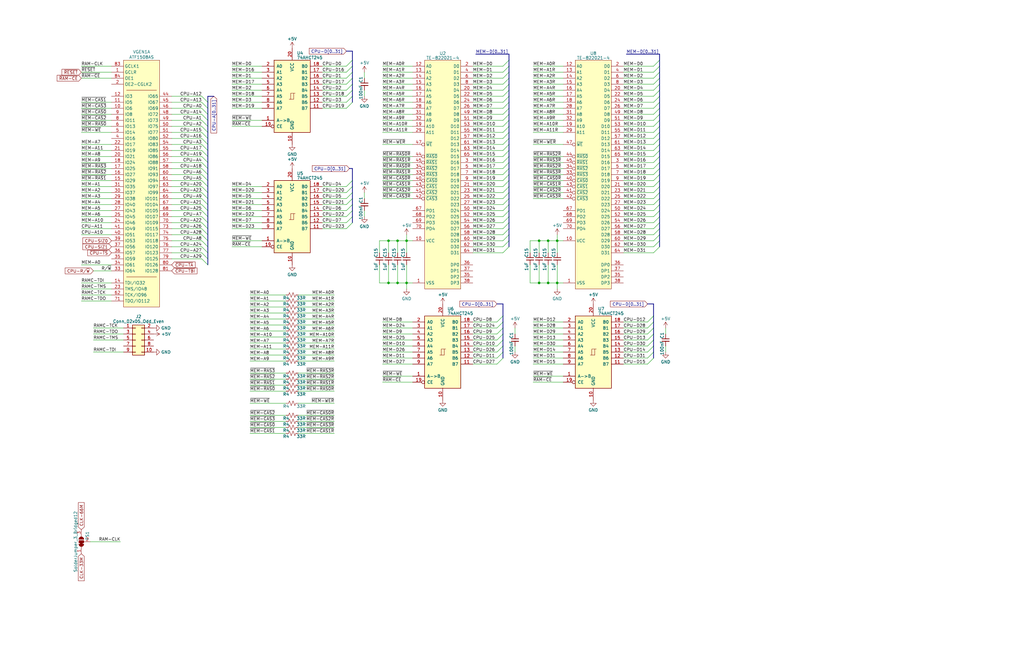
<source format=kicad_sch>
(kicad_sch (version 20230121) (generator eeschema)
  (paper "USLedger")
  (junction (at 167.64 101.6))
  (junction (at 231.14 119.38))
  (junction (at 167.64 119.38))
  (junction (at 171.45 101.6))
  (junction (at 163.83 101.6))
  (junction (at 171.45 119.38))
  (junction (at 227.33 101.6))
  (junction (at 227.33 119.38))
  (junction (at 231.14 101.6))
  (junction (at 234.95 101.6))
  (junction (at 234.95 119.38))
  (junction (at 163.83 119.38))
  (bus_entry (at 278.13 96.52) (size -2.54 2.54))
  (bus_entry (at 85.09 101.6) (size 2.54 2.54))
  (bus_entry (at 212.09 138.43) (size -2.54 2.54))
  (bus_entry (at 214.63 25.4) (size -2.54 2.54))
  (bus_entry (at 278.13 73.66) (size -2.54 2.54))
  (bus_entry (at 212.09 133.35) (size -2.54 2.54))
  (bus_entry (at 278.13 40.64) (size -2.54 2.54))
  (bus_entry (at 214.63 88.9) (size -2.54 2.54))
  (bus_entry (at 278.13 38.1) (size -2.54 2.54))
  (bus_entry (at 85.09 81.28) (size 2.54 2.54))
  (bus_entry (at 214.63 55.88) (size -2.54 2.54))
  (bus_entry (at 278.13 91.44) (size -2.54 2.54))
  (bus_entry (at 214.63 38.1) (size -2.54 2.54))
  (bus_entry (at 214.63 58.42) (size -2.54 2.54))
  (bus_entry (at 275.59 135.89) (size -2.54 2.54))
  (bus_entry (at 85.09 40.64) (size 2.54 2.54))
  (bus_entry (at 214.63 60.96) (size -2.54 2.54))
  (bus_entry (at 212.09 148.59) (size -2.54 2.54))
  (bus_entry (at 214.63 45.72) (size -2.54 2.54))
  (bus_entry (at 85.09 86.36) (size 2.54 2.54))
  (bus_entry (at 214.63 27.94) (size -2.54 2.54))
  (bus_entry (at 275.59 138.43) (size -2.54 2.54))
  (bus_entry (at 214.63 76.2) (size -2.54 2.54))
  (bus_entry (at 214.63 71.12) (size -2.54 2.54))
  (bus_entry (at 278.13 30.48) (size -2.54 2.54))
  (bus_entry (at 85.09 104.14) (size 2.54 2.54))
  (bus_entry (at 278.13 58.42) (size -2.54 2.54))
  (bus_entry (at 278.13 50.8) (size -2.54 2.54))
  (bus_entry (at 275.59 143.51) (size -2.54 2.54))
  (bus_entry (at 278.13 55.88) (size -2.54 2.54))
  (bus_entry (at 278.13 99.06) (size -2.54 2.54))
  (bus_entry (at 85.09 55.88) (size 2.54 2.54))
  (bus_entry (at 214.63 68.58) (size -2.54 2.54))
  (bus_entry (at 278.13 78.74) (size -2.54 2.54))
  (bus_entry (at 85.09 73.66) (size 2.54 2.54))
  (bus_entry (at 275.59 140.97) (size -2.54 2.54))
  (bus_entry (at 278.13 76.2) (size -2.54 2.54))
  (bus_entry (at 278.13 48.26) (size -2.54 2.54))
  (bus_entry (at 214.63 63.5) (size -2.54 2.54))
  (bus_entry (at 212.09 143.51) (size -2.54 2.54))
  (bus_entry (at 85.09 66.04) (size 2.54 2.54))
  (bus_entry (at 148.59 27.94) (size -2.54 2.54))
  (bus_entry (at 148.59 76.2) (size -2.54 2.54))
  (bus_entry (at 85.09 96.52) (size 2.54 2.54))
  (bus_entry (at 278.13 83.82) (size -2.54 2.54))
  (bus_entry (at 85.09 50.8) (size 2.54 2.54))
  (bus_entry (at 278.13 93.98) (size -2.54 2.54))
  (bus_entry (at 278.13 45.72) (size -2.54 2.54))
  (bus_entry (at 278.13 88.9) (size -2.54 2.54))
  (bus_entry (at 214.63 101.6) (size -2.54 2.54))
  (bus_entry (at 278.13 81.28) (size -2.54 2.54))
  (bus_entry (at 148.59 91.44) (size -2.54 2.54))
  (bus_entry (at 278.13 60.96) (size -2.54 2.54))
  (bus_entry (at 275.59 146.05) (size -2.54 2.54))
  (bus_entry (at 85.09 83.82) (size 2.54 2.54))
  (bus_entry (at 214.63 53.34) (size -2.54 2.54))
  (bus_entry (at 85.09 60.96) (size 2.54 2.54))
  (bus_entry (at 148.59 38.1) (size -2.54 2.54))
  (bus_entry (at 214.63 83.82) (size -2.54 2.54))
  (bus_entry (at 278.13 63.5) (size -2.54 2.54))
  (bus_entry (at 278.13 35.56) (size -2.54 2.54))
  (bus_entry (at 85.09 78.74) (size 2.54 2.54))
  (bus_entry (at 212.09 151.13) (size -2.54 2.54))
  (bus_entry (at 278.13 101.6) (size -2.54 2.54))
  (bus_entry (at 214.63 48.26) (size -2.54 2.54))
  (bus_entry (at 85.09 68.58) (size 2.54 2.54))
  (bus_entry (at 212.09 146.05) (size -2.54 2.54))
  (bus_entry (at 85.09 93.98) (size 2.54 2.54))
  (bus_entry (at 85.09 43.18) (size 2.54 2.54))
  (bus_entry (at 214.63 73.66) (size -2.54 2.54))
  (bus_entry (at 214.63 91.44) (size -2.54 2.54))
  (bus_entry (at 214.63 66.04) (size -2.54 2.54))
  (bus_entry (at 148.59 33.02) (size -2.54 2.54))
  (bus_entry (at 214.63 99.06) (size -2.54 2.54))
  (bus_entry (at 148.59 30.48) (size -2.54 2.54))
  (bus_entry (at 148.59 78.74) (size -2.54 2.54))
  (bus_entry (at 214.63 93.98) (size -2.54 2.54))
  (bus_entry (at 85.09 71.12) (size 2.54 2.54))
  (bus_entry (at 148.59 35.56) (size -2.54 2.54))
  (bus_entry (at 85.09 88.9) (size 2.54 2.54))
  (bus_entry (at 278.13 68.58) (size -2.54 2.54))
  (bus_entry (at 278.13 33.02) (size -2.54 2.54))
  (bus_entry (at 148.59 25.4) (size -2.54 2.54))
  (bus_entry (at 278.13 66.04) (size -2.54 2.54))
  (bus_entry (at 214.63 43.18) (size -2.54 2.54))
  (bus_entry (at 214.63 96.52) (size -2.54 2.54))
  (bus_entry (at 85.09 91.44) (size 2.54 2.54))
  (bus_entry (at 275.59 133.35) (size -2.54 2.54))
  (bus_entry (at 148.59 83.82) (size -2.54 2.54))
  (bus_entry (at 212.09 135.89) (size -2.54 2.54))
  (bus_entry (at 148.59 86.36) (size -2.54 2.54))
  (bus_entry (at 275.59 151.13) (size -2.54 2.54))
  (bus_entry (at 278.13 71.12) (size -2.54 2.54))
  (bus_entry (at 214.63 86.36) (size -2.54 2.54))
  (bus_entry (at 148.59 88.9) (size -2.54 2.54))
  (bus_entry (at 85.09 48.26) (size 2.54 2.54))
  (bus_entry (at 214.63 40.64) (size -2.54 2.54))
  (bus_entry (at 214.63 78.74) (size -2.54 2.54))
  (bus_entry (at 278.13 53.34) (size -2.54 2.54))
  (bus_entry (at 85.09 58.42) (size 2.54 2.54))
  (bus_entry (at 214.63 104.14) (size -2.54 2.54))
  (bus_entry (at 148.59 93.98) (size -2.54 2.54))
  (bus_entry (at 85.09 106.68) (size 2.54 2.54))
  (bus_entry (at 148.59 43.18) (size -2.54 2.54))
  (bus_entry (at 148.59 81.28) (size -2.54 2.54))
  (bus_entry (at 278.13 104.14) (size -2.54 2.54))
  (bus_entry (at 85.09 99.06) (size 2.54 2.54))
  (bus_entry (at 148.59 40.64) (size -2.54 2.54))
  (bus_entry (at 85.09 76.2) (size 2.54 2.54))
  (bus_entry (at 214.63 81.28) (size -2.54 2.54))
  (bus_entry (at 85.09 45.72) (size 2.54 2.54))
  (bus_entry (at 278.13 27.94) (size -2.54 2.54))
  (bus_entry (at 214.63 35.56) (size -2.54 2.54))
  (bus_entry (at 278.13 43.18) (size -2.54 2.54))
  (bus_entry (at 85.09 63.5) (size 2.54 2.54))
  (bus_entry (at 278.13 86.36) (size -2.54 2.54))
  (bus_entry (at 85.09 53.34) (size 2.54 2.54))
  (bus_entry (at 214.63 33.02) (size -2.54 2.54))
  (bus_entry (at 275.59 148.59) (size -2.54 2.54))
  (bus_entry (at 214.63 30.48) (size -2.54 2.54))
  (bus_entry (at 214.63 50.8) (size -2.54 2.54))
  (bus_entry (at 212.09 140.97) (size -2.54 2.54))
  (bus_entry (at 85.09 109.22) (size 2.54 2.54))
  (bus_entry (at 278.13 25.4) (size -2.54 2.54))
  (bus (pts (xy 278.13 40.64) (xy 278.13 43.18)))
  (wire (pts (xy 140.97 124.46) (xy 125.73 124.46)))
  (bus (pts (xy 87.63 76.2) (xy 87.63 78.74)))
  (wire (pts (xy 262.89 148.59) (xy 273.05 148.59)))
  (wire (pts (xy 135.89 33.02) (xy 146.05 33.02)))
  (bus (pts (xy 278.13 68.58) (xy 278.13 71.12)))
  (wire (pts (xy 97.79 93.98) (xy 110.49 93.98)))
  (wire (pts (xy 199.39 50.8) (xy 212.09 50.8)))
  (bus (pts (xy 278.13 53.34) (xy 278.13 55.88)))
  (wire (pts (xy 161.29 148.59) (xy 173.99 148.59)))
  (wire (pts (xy 227.33 111.76) (xy 227.33 119.38)))
  (wire (pts (xy 105.41 132.08) (xy 120.65 132.08)))
  (wire (pts (xy 262.89 83.82) (xy 275.59 83.82)))
  (wire (pts (xy 262.89 71.12) (xy 275.59 71.12)))
  (bus (pts (xy 148.59 86.36) (xy 148.59 88.9)))
  (wire (pts (xy 224.79 158.75) (xy 237.49 158.75)))
  (bus (pts (xy 212.09 138.43) (xy 212.09 140.97)))
  (wire (pts (xy 105.41 134.62) (xy 120.65 134.62)))
  (bus (pts (xy 87.63 45.72) (xy 87.63 48.26)))
  (wire (pts (xy 224.79 50.8) (xy 237.49 50.8)))
  (wire (pts (xy 161.29 33.02) (xy 173.99 33.02)))
  (wire (pts (xy 224.79 143.51) (xy 237.49 143.51)))
  (wire (pts (xy 34.29 76.2) (xy 46.99 76.2)))
  (wire (pts (xy 140.97 162.56) (xy 125.73 162.56)))
  (wire (pts (xy 224.79 66.04) (xy 237.49 66.04)))
  (wire (pts (xy 280.67 138.43) (xy 280.67 140.97)))
  (bus (pts (xy 278.13 76.2) (xy 278.13 78.74)))
  (wire (pts (xy 224.79 146.05) (xy 237.49 146.05)))
  (wire (pts (xy 199.39 68.58) (xy 212.09 68.58)))
  (bus (pts (xy 278.13 60.96) (xy 278.13 63.5)))
  (bus (pts (xy 278.13 38.1) (xy 278.13 40.64)))
  (wire (pts (xy 34.29 88.9) (xy 46.99 88.9)))
  (wire (pts (xy 227.33 101.6) (xy 227.33 106.68)))
  (wire (pts (xy 97.79 50.8) (xy 110.49 50.8)))
  (wire (pts (xy 105.41 180.34) (xy 120.65 180.34)))
  (bus (pts (xy 278.13 93.98) (xy 278.13 96.52)))
  (wire (pts (xy 262.89 96.52) (xy 275.59 96.52)))
  (wire (pts (xy 224.79 151.13) (xy 237.49 151.13)))
  (wire (pts (xy 34.29 83.82) (xy 46.99 83.82)))
  (bus (pts (xy 87.63 109.22) (xy 87.63 111.76)))
  (wire (pts (xy 224.79 73.66) (xy 237.49 73.66)))
  (wire (pts (xy 34.29 78.74) (xy 46.99 78.74)))
  (wire (pts (xy 97.79 81.28) (xy 110.49 81.28)))
  (wire (pts (xy 224.79 55.88) (xy 237.49 55.88)))
  (wire (pts (xy 262.89 78.74) (xy 275.59 78.74)))
  (wire (pts (xy 97.79 53.34) (xy 110.49 53.34)))
  (bus (pts (xy 87.63 71.12) (xy 87.63 73.66)))
  (bus (pts (xy 148.59 30.48) (xy 148.59 33.02)))
  (wire (pts (xy 34.29 53.34) (xy 46.99 53.34)))
  (wire (pts (xy 224.79 135.89) (xy 237.49 135.89)))
  (wire (pts (xy 85.09 53.34) (xy 72.39 53.34)))
  (wire (pts (xy 85.09 83.82) (xy 72.39 83.82)))
  (wire (pts (xy 161.29 38.1) (xy 173.99 38.1)))
  (wire (pts (xy 224.79 81.28) (xy 237.49 81.28)))
  (wire (pts (xy 160.02 106.68) (xy 160.02 101.6)))
  (bus (pts (xy 87.63 101.6) (xy 87.63 104.14)))
  (wire (pts (xy 39.37 148.59) (xy 52.07 148.59)))
  (wire (pts (xy 161.29 76.2) (xy 173.99 76.2)))
  (wire (pts (xy 199.39 88.9) (xy 212.09 88.9)))
  (wire (pts (xy 224.79 45.72) (xy 237.49 45.72)))
  (wire (pts (xy 34.29 124.46) (xy 46.99 124.46)))
  (wire (pts (xy 97.79 43.18) (xy 110.49 43.18)))
  (wire (pts (xy 224.79 53.34) (xy 237.49 53.34)))
  (bus (pts (xy 278.13 33.02) (xy 278.13 35.56)))
  (wire (pts (xy 140.97 157.48) (xy 125.73 157.48)))
  (wire (pts (xy 224.79 60.96) (xy 237.49 60.96)))
  (bus (pts (xy 214.63 25.4) (xy 214.63 27.94)))
  (bus (pts (xy 275.59 128.27) (xy 275.59 133.35)))
  (bus (pts (xy 264.16 22.86) (xy 278.13 22.86)))
  (wire (pts (xy 140.97 147.32) (xy 125.73 147.32)))
  (bus (pts (xy 214.63 50.8) (xy 214.63 53.34)))
  (wire (pts (xy 34.29 45.72) (xy 46.99 45.72)))
  (wire (pts (xy 167.64 101.6) (xy 171.45 101.6)))
  (wire (pts (xy 34.29 68.58) (xy 46.99 68.58)))
  (wire (pts (xy 85.09 58.42) (xy 72.39 58.42)))
  (wire (pts (xy 163.83 101.6) (xy 167.64 101.6)))
  (wire (pts (xy 227.33 119.38) (xy 231.14 119.38)))
  (wire (pts (xy 161.29 30.48) (xy 173.99 30.48)))
  (wire (pts (xy 199.39 35.56) (xy 212.09 35.56)))
  (wire (pts (xy 85.09 96.52) (xy 72.39 96.52)))
  (wire (pts (xy 34.29 86.36) (xy 46.99 86.36)))
  (wire (pts (xy 34.29 43.18) (xy 46.99 43.18)))
  (wire (pts (xy 105.41 177.8) (xy 120.65 177.8)))
  (wire (pts (xy 85.09 76.2) (xy 72.39 76.2)))
  (wire (pts (xy 262.89 88.9) (xy 275.59 88.9)))
  (wire (pts (xy 262.89 35.56) (xy 275.59 35.56)))
  (bus (pts (xy 278.13 50.8) (xy 278.13 53.34)))
  (wire (pts (xy 234.95 111.76) (xy 234.95 119.38)))
  (wire (pts (xy 160.02 119.38) (xy 163.83 119.38)))
  (wire (pts (xy 105.41 175.26) (xy 120.65 175.26)))
  (wire (pts (xy 34.29 30.48) (xy 46.99 30.48)))
  (wire (pts (xy 85.09 109.22) (xy 72.39 109.22)))
  (bus (pts (xy 87.63 99.06) (xy 87.63 101.6)))
  (wire (pts (xy 34.29 48.26) (xy 46.99 48.26)))
  (wire (pts (xy 199.39 104.14) (xy 212.09 104.14)))
  (bus (pts (xy 278.13 30.48) (xy 278.13 33.02)))
  (wire (pts (xy 199.39 101.6) (xy 212.09 101.6)))
  (wire (pts (xy 262.89 146.05) (xy 273.05 146.05)))
  (bus (pts (xy 214.63 33.02) (xy 214.63 35.56)))
  (wire (pts (xy 85.09 43.18) (xy 72.39 43.18)))
  (bus (pts (xy 214.63 78.74) (xy 214.63 81.28)))
  (wire (pts (xy 173.99 119.38) (xy 171.45 119.38)))
  (wire (pts (xy 85.09 55.88) (xy 72.39 55.88)))
  (bus (pts (xy 87.63 58.42) (xy 87.63 60.96)))
  (bus (pts (xy 214.63 73.66) (xy 214.63 76.2)))
  (bus (pts (xy 87.63 104.14) (xy 87.63 106.68)))
  (bus (pts (xy 275.59 135.89) (xy 275.59 138.43)))
  (wire (pts (xy 105.41 152.4) (xy 120.65 152.4)))
  (bus (pts (xy 278.13 81.28) (xy 278.13 83.82)))
  (wire (pts (xy 140.97 182.88) (xy 125.73 182.88)))
  (bus (pts (xy 212.09 133.35) (xy 212.09 135.89)))
  (bus (pts (xy 87.63 93.98) (xy 87.63 96.52)))
  (wire (pts (xy 85.09 48.26) (xy 72.39 48.26)))
  (wire (pts (xy 39.37 138.43) (xy 52.07 138.43)))
  (bus (pts (xy 278.13 73.66) (xy 278.13 76.2)))
  (wire (pts (xy 97.79 30.48) (xy 110.49 30.48)))
  (wire (pts (xy 161.29 35.56) (xy 173.99 35.56)))
  (wire (pts (xy 161.29 146.05) (xy 173.99 146.05)))
  (wire (pts (xy 262.89 53.34) (xy 275.59 53.34)))
  (bus (pts (xy 214.63 55.88) (xy 214.63 58.42)))
  (wire (pts (xy 224.79 33.02) (xy 237.49 33.02)))
  (wire (pts (xy 34.29 66.04) (xy 46.99 66.04)))
  (wire (pts (xy 97.79 35.56) (xy 110.49 35.56)))
  (wire (pts (xy 161.29 78.74) (xy 173.99 78.74)))
  (wire (pts (xy 224.79 78.74) (xy 237.49 78.74)))
  (wire (pts (xy 135.89 35.56) (xy 146.05 35.56)))
  (bus (pts (xy 278.13 78.74) (xy 278.13 81.28)))
  (bus (pts (xy 148.59 27.94) (xy 148.59 30.48)))
  (wire (pts (xy 153.67 81.28) (xy 153.67 83.82)))
  (bus (pts (xy 148.59 91.44) (xy 148.59 93.98)))
  (wire (pts (xy 199.39 146.05) (xy 209.55 146.05)))
  (bus (pts (xy 278.13 66.04) (xy 278.13 68.58)))
  (bus (pts (xy 278.13 27.94) (xy 278.13 30.48)))
  (wire (pts (xy 97.79 33.02) (xy 110.49 33.02)))
  (wire (pts (xy 224.79 48.26) (xy 237.49 48.26)))
  (wire (pts (xy 85.09 68.58) (xy 72.39 68.58)))
  (wire (pts (xy 223.52 101.6) (xy 223.52 106.68)))
  (wire (pts (xy 34.29 93.98) (xy 46.99 93.98)))
  (wire (pts (xy 153.67 40.64) (xy 153.67 38.1)))
  (bus (pts (xy 278.13 55.88) (xy 278.13 58.42)))
  (bus (pts (xy 200.66 22.86) (xy 214.63 22.86)))
  (wire (pts (xy 199.39 138.43) (xy 209.55 138.43)))
  (wire (pts (xy 199.39 30.48) (xy 212.09 30.48)))
  (wire (pts (xy 85.09 78.74) (xy 72.39 78.74)))
  (bus (pts (xy 87.63 60.96) (xy 87.63 63.5)))
  (wire (pts (xy 199.39 40.64) (xy 212.09 40.64)))
  (bus (pts (xy 214.63 60.96) (xy 214.63 63.5)))
  (wire (pts (xy 171.45 101.6) (xy 173.99 101.6)))
  (wire (pts (xy 97.79 88.9) (xy 110.49 88.9)))
  (bus (pts (xy 148.59 38.1) (xy 148.59 40.64)))
  (bus (pts (xy 214.63 96.52) (xy 214.63 99.06)))
  (bus (pts (xy 278.13 63.5) (xy 278.13 66.04)))
  (wire (pts (xy 140.97 149.86) (xy 125.73 149.86)))
  (bus (pts (xy 148.59 78.74) (xy 148.59 81.28)))
  (wire (pts (xy 224.79 30.48) (xy 237.49 30.48)))
  (bus (pts (xy 214.63 76.2) (xy 214.63 78.74)))
  (wire (pts (xy 171.45 106.68) (xy 171.45 101.6)))
  (wire (pts (xy 140.97 177.8) (xy 125.73 177.8)))
  (bus (pts (xy 278.13 88.9) (xy 278.13 91.44)))
  (wire (pts (xy 262.89 73.66) (xy 275.59 73.66)))
  (bus (pts (xy 147.32 71.12) (xy 148.59 71.12)))
  (bus (pts (xy 278.13 71.12) (xy 278.13 73.66)))
  (wire (pts (xy 39.37 114.3) (xy 46.99 114.3)))
  (wire (pts (xy 140.97 134.62) (xy 125.73 134.62)))
  (bus (pts (xy 87.63 55.88) (xy 87.63 58.42)))
  (wire (pts (xy 140.97 144.78) (xy 125.73 144.78)))
  (wire (pts (xy 105.41 127) (xy 120.65 127)))
  (wire (pts (xy 199.39 63.5) (xy 212.09 63.5)))
  (wire (pts (xy 231.14 101.6) (xy 227.33 101.6)))
  (wire (pts (xy 97.79 40.64) (xy 110.49 40.64)))
  (wire (pts (xy 105.41 147.32) (xy 120.65 147.32)))
  (wire (pts (xy 167.64 101.6) (xy 167.64 106.68)))
  (wire (pts (xy 135.89 43.18) (xy 146.05 43.18)))
  (wire (pts (xy 105.41 170.18) (xy 120.65 170.18)))
  (wire (pts (xy 262.89 91.44) (xy 275.59 91.44)))
  (wire (pts (xy 34.29 50.8) (xy 46.99 50.8)))
  (wire (pts (xy 34.29 73.66) (xy 46.99 73.66)))
  (wire (pts (xy 262.89 101.6) (xy 275.59 101.6)))
  (wire (pts (xy 199.39 151.13) (xy 209.55 151.13)))
  (wire (pts (xy 262.89 153.67) (xy 273.05 153.67)))
  (wire (pts (xy 171.45 111.76) (xy 171.45 119.38)))
  (wire (pts (xy 224.79 71.12) (xy 237.49 71.12)))
  (wire (pts (xy 224.79 140.97) (xy 237.49 140.97)))
  (bus (pts (xy 87.63 43.18) (xy 87.63 45.72)))
  (wire (pts (xy 262.89 106.68) (xy 275.59 106.68)))
  (bus (pts (xy 275.59 133.35) (xy 275.59 135.89)))
  (wire (pts (xy 85.09 86.36) (xy 72.39 86.36)))
  (bus (pts (xy 214.63 58.42) (xy 214.63 60.96)))
  (bus (pts (xy 214.63 38.1) (xy 214.63 40.64)))
  (wire (pts (xy 161.29 55.88) (xy 173.99 55.88)))
  (bus (pts (xy 214.63 83.82) (xy 214.63 86.36)))
  (bus (pts (xy 87.63 73.66) (xy 87.63 76.2)))
  (wire (pts (xy 140.97 129.54) (xy 125.73 129.54)))
  (wire (pts (xy 39.37 143.51) (xy 52.07 143.51)))
  (wire (pts (xy 161.29 140.97) (xy 173.99 140.97)))
  (bus (pts (xy 87.63 91.44) (xy 87.63 93.98)))
  (bus (pts (xy 278.13 58.42) (xy 278.13 60.96)))
  (wire (pts (xy 34.29 55.88) (xy 46.99 55.88)))
  (wire (pts (xy 105.41 129.54) (xy 120.65 129.54)))
  (wire (pts (xy 199.39 76.2) (xy 212.09 76.2)))
  (wire (pts (xy 135.89 81.28) (xy 146.05 81.28)))
  (bus (pts (xy 212.09 140.97) (xy 212.09 143.51)))
  (wire (pts (xy 85.09 45.72) (xy 72.39 45.72)))
  (wire (pts (xy 199.39 73.66) (xy 212.09 73.66)))
  (bus (pts (xy 214.63 101.6) (xy 214.63 104.14)))
  (wire (pts (xy 97.79 45.72) (xy 110.49 45.72)))
  (wire (pts (xy 161.29 153.67) (xy 173.99 153.67)))
  (wire (pts (xy 199.39 78.74) (xy 212.09 78.74)))
  (wire (pts (xy 34.29 121.92) (xy 46.99 121.92)))
  (wire (pts (xy 135.89 78.74) (xy 146.05 78.74)))
  (wire (pts (xy 85.09 50.8) (xy 72.39 50.8)))
  (bus (pts (xy 87.63 86.36) (xy 87.63 88.9)))
  (bus (pts (xy 214.63 68.58) (xy 214.63 71.12)))
  (bus (pts (xy 275.59 148.59) (xy 275.59 151.13)))
  (wire (pts (xy 140.97 132.08) (xy 125.73 132.08)))
  (wire (pts (xy 140.97 160.02) (xy 125.73 160.02)))
  (wire (pts (xy 163.83 111.76) (xy 163.83 119.38)))
  (bus (pts (xy 212.09 128.27) (xy 212.09 133.35)))
  (bus (pts (xy 214.63 66.04) (xy 214.63 68.58)))
  (bus (pts (xy 87.63 68.58) (xy 87.63 71.12)))
  (wire (pts (xy 97.79 78.74) (xy 110.49 78.74)))
  (wire (pts (xy 199.39 153.67) (xy 209.55 153.67)))
  (wire (pts (xy 262.89 33.02) (xy 275.59 33.02)))
  (wire (pts (xy 161.29 81.28) (xy 173.99 81.28)))
  (wire (pts (xy 135.89 83.82) (xy 146.05 83.82)))
  (wire (pts (xy 163.83 119.38) (xy 167.64 119.38)))
  (bus (pts (xy 209.55 128.27) (xy 212.09 128.27)))
  (bus (pts (xy 214.63 40.64) (xy 214.63 43.18)))
  (wire (pts (xy 262.89 135.89) (xy 273.05 135.89)))
  (bus (pts (xy 148.59 21.59) (xy 148.59 25.4)))
  (wire (pts (xy 34.29 71.12) (xy 46.99 71.12)))
  (wire (pts (xy 97.79 27.94) (xy 110.49 27.94)))
  (wire (pts (xy 97.79 86.36) (xy 110.49 86.36)))
  (bus (pts (xy 214.63 30.48) (xy 214.63 33.02)))
  (wire (pts (xy 224.79 40.64) (xy 237.49 40.64)))
  (bus (pts (xy 87.63 40.64) (xy 87.63 43.18)))
  (bus (pts (xy 214.63 35.56) (xy 214.63 38.1)))
  (bus (pts (xy 214.63 99.06) (xy 214.63 101.6)))
  (bus (pts (xy 148.59 35.56) (xy 148.59 38.1)))
  (bus (pts (xy 214.63 22.86) (xy 214.63 25.4)))
  (wire (pts (xy 199.39 91.44) (xy 212.09 91.44)))
  (wire (pts (xy 161.29 143.51) (xy 173.99 143.51)))
  (wire (pts (xy 223.52 119.38) (xy 227.33 119.38)))
  (wire (pts (xy 234.95 119.38) (xy 234.95 121.92)))
  (wire (pts (xy 262.89 38.1) (xy 275.59 38.1)))
  (wire (pts (xy 262.89 151.13) (xy 273.05 151.13)))
  (wire (pts (xy 280.67 148.59) (xy 280.67 146.05)))
  (bus (pts (xy 214.63 86.36) (xy 214.63 88.9)))
  (wire (pts (xy 135.89 30.48) (xy 146.05 30.48)))
  (wire (pts (xy 262.89 138.43) (xy 273.05 138.43)))
  (wire (pts (xy 161.29 151.13) (xy 173.99 151.13)))
  (wire (pts (xy 199.39 140.97) (xy 209.55 140.97)))
  (wire (pts (xy 161.29 60.96) (xy 173.99 60.96)))
  (wire (pts (xy 140.97 139.7) (xy 125.73 139.7)))
  (bus (pts (xy 275.59 143.51) (xy 275.59 146.05)))
  (wire (pts (xy 262.89 30.48) (xy 275.59 30.48)))
  (wire (pts (xy 85.09 66.04) (xy 72.39 66.04)))
  (wire (pts (xy 105.41 144.78) (xy 120.65 144.78)))
  (bus (pts (xy 214.63 45.72) (xy 214.63 48.26)))
  (bus (pts (xy 148.59 71.12) (xy 148.59 76.2)))
  (wire (pts (xy 262.89 76.2) (xy 275.59 76.2)))
  (wire (pts (xy 199.39 71.12) (xy 212.09 71.12)))
  (wire (pts (xy 262.89 99.06) (xy 275.59 99.06)))
  (bus (pts (xy 87.63 96.52) (xy 87.63 99.06)))
  (wire (pts (xy 217.17 148.59) (xy 217.17 146.05)))
  (wire (pts (xy 140.97 175.26) (xy 125.73 175.26)))
  (wire (pts (xy 160.02 111.76) (xy 160.02 119.38)))
  (bus (pts (xy 275.59 140.97) (xy 275.59 143.51)))
  (wire (pts (xy 199.39 66.04) (xy 212.09 66.04)))
  (wire (pts (xy 199.39 96.52) (xy 212.09 96.52)))
  (wire (pts (xy 224.79 35.56) (xy 237.49 35.56)))
  (bus (pts (xy 278.13 86.36) (xy 278.13 88.9)))
  (bus (pts (xy 275.59 146.05) (xy 275.59 148.59)))
  (wire (pts (xy 262.89 66.04) (xy 275.59 66.04)))
  (wire (pts (xy 135.89 27.94) (xy 146.05 27.94)))
  (wire (pts (xy 234.95 101.6) (xy 237.49 101.6)))
  (bus (pts (xy 214.63 81.28) (xy 214.63 83.82)))
  (wire (pts (xy 105.41 139.7) (xy 120.65 139.7)))
  (wire (pts (xy 262.89 48.26) (xy 275.59 48.26)))
  (wire (pts (xy 85.09 99.06) (xy 72.39 99.06)))
  (wire (pts (xy 161.29 135.89) (xy 173.99 135.89)))
  (bus (pts (xy 278.13 83.82) (xy 278.13 86.36)))
  (wire (pts (xy 224.79 68.58) (xy 237.49 68.58)))
  (wire (pts (xy 85.09 63.5) (xy 72.39 63.5)))
  (wire (pts (xy 231.14 119.38) (xy 234.95 119.38)))
  (bus (pts (xy 87.63 83.82) (xy 87.63 86.36)))
  (bus (pts (xy 214.63 53.34) (xy 214.63 55.88)))
  (wire (pts (xy 163.83 101.6) (xy 163.83 106.68)))
  (wire (pts (xy 140.97 142.24) (xy 125.73 142.24)))
  (wire (pts (xy 262.89 86.36) (xy 275.59 86.36)))
  (wire (pts (xy 97.79 83.82) (xy 110.49 83.82)))
  (wire (pts (xy 199.39 33.02) (xy 212.09 33.02)))
  (wire (pts (xy 38.1 228.6) (xy 50.8 228.6)))
  (wire (pts (xy 105.41 137.16) (xy 120.65 137.16)))
  (wire (pts (xy 224.79 161.29) (xy 237.49 161.29)))
  (wire (pts (xy 262.89 45.72) (xy 275.59 45.72)))
  (wire (pts (xy 161.29 73.66) (xy 173.99 73.66)))
  (bus (pts (xy 87.63 63.5) (xy 87.63 66.04)))
  (wire (pts (xy 105.41 165.1) (xy 120.65 165.1)))
  (bus (pts (xy 87.63 53.34) (xy 87.63 55.88)))
  (wire (pts (xy 105.41 157.48) (xy 120.65 157.48)))
  (wire (pts (xy 85.09 93.98) (xy 72.39 93.98)))
  (wire (pts (xy 199.39 43.18) (xy 212.09 43.18)))
  (wire (pts (xy 161.29 158.75) (xy 173.99 158.75)))
  (bus (pts (xy 87.63 50.8) (xy 87.63 53.34)))
  (bus (pts (xy 148.59 25.4) (xy 148.59 27.94)))
  (bus (pts (xy 278.13 99.06) (xy 278.13 101.6)))
  (wire (pts (xy 199.39 81.28) (xy 212.09 81.28)))
  (wire (pts (xy 105.41 162.56) (xy 120.65 162.56)))
  (bus (pts (xy 87.63 78.74) (xy 87.63 81.28)))
  (wire (pts (xy 34.29 33.02) (xy 46.99 33.02)))
  (wire (pts (xy 34.29 60.96) (xy 46.99 60.96)))
  (wire (pts (xy 105.41 124.46) (xy 120.65 124.46)))
  (wire (pts (xy 167.64 119.38) (xy 171.45 119.38)))
  (wire (pts (xy 34.29 27.94) (xy 46.99 27.94)))
  (bus (pts (xy 214.63 43.18) (xy 214.63 45.72)))
  (bus (pts (xy 214.63 63.5) (xy 214.63 66.04)))
  (bus (pts (xy 87.63 40.64) (xy 90.17 40.64)))
  (wire (pts (xy 85.09 88.9) (xy 72.39 88.9)))
  (bus (pts (xy 214.63 93.98) (xy 214.63 96.52)))
  (wire (pts (xy 161.29 71.12) (xy 173.99 71.12)))
  (wire (pts (xy 199.39 38.1) (xy 212.09 38.1)))
  (wire (pts (xy 105.41 149.86) (xy 120.65 149.86)))
  (wire (pts (xy 34.29 81.28) (xy 46.99 81.28)))
  (bus (pts (xy 87.63 66.04) (xy 87.63 68.58)))
  (wire (pts (xy 85.09 81.28) (xy 72.39 81.28)))
  (wire (pts (xy 167.64 111.76) (xy 167.64 119.38)))
  (wire (pts (xy 262.89 93.98) (xy 275.59 93.98)))
  (bus (pts (xy 214.63 48.26) (xy 214.63 50.8)))
  (wire (pts (xy 262.89 68.58) (xy 275.59 68.58)))
  (bus (pts (xy 278.13 35.56) (xy 278.13 38.1)))
  (wire (pts (xy 199.39 148.59) (xy 209.55 148.59)))
  (wire (pts (xy 262.89 40.64) (xy 275.59 40.64)))
  (wire (pts (xy 161.29 83.82) (xy 173.99 83.82)))
  (wire (pts (xy 262.89 43.18) (xy 275.59 43.18)))
  (wire (pts (xy 39.37 140.97) (xy 52.07 140.97)))
  (bus (pts (xy 214.63 27.94) (xy 214.63 30.48)))
  (wire (pts (xy 140.97 152.4) (xy 125.73 152.4)))
  (wire (pts (xy 105.41 142.24) (xy 120.65 142.24)))
  (wire (pts (xy 135.89 86.36) (xy 146.05 86.36)))
  (wire (pts (xy 160.02 101.6) (xy 163.83 101.6)))
  (bus (pts (xy 148.59 40.64) (xy 148.59 43.18)))
  (bus (pts (xy 148.59 88.9) (xy 148.59 91.44)))
  (wire (pts (xy 262.89 27.94) (xy 275.59 27.94)))
  (wire (pts (xy 171.45 119.38) (xy 171.45 121.92)))
  (wire (pts (xy 135.89 96.52) (xy 146.05 96.52)))
  (wire (pts (xy 262.89 81.28) (xy 275.59 81.28)))
  (wire (pts (xy 161.29 53.34) (xy 173.99 53.34)))
  (wire (pts (xy 199.39 143.51) (xy 209.55 143.51)))
  (wire (pts (xy 97.79 91.44) (xy 110.49 91.44)))
  (wire (pts (xy 140.97 165.1) (xy 125.73 165.1)))
  (wire (pts (xy 161.29 40.64) (xy 173.99 40.64)))
  (wire (pts (xy 135.89 45.72) (xy 146.05 45.72)))
  (wire (pts (xy 161.29 27.94) (xy 173.99 27.94)))
  (wire (pts (xy 199.39 86.36) (xy 212.09 86.36)))
  (bus (pts (xy 87.63 48.26) (xy 87.63 50.8)))
  (wire (pts (xy 199.39 99.06) (xy 212.09 99.06)))
  (wire (pts (xy 34.29 63.5) (xy 46.99 63.5)))
  (bus (pts (xy 278.13 48.26) (xy 278.13 50.8)))
  (bus (pts (xy 214.63 88.9) (xy 214.63 91.44)))
  (wire (pts (xy 262.89 63.5) (xy 275.59 63.5)))
  (bus (pts (xy 212.09 143.51) (xy 212.09 146.05)))
  (wire (pts (xy 231.14 101.6) (xy 231.14 106.68)))
  (wire (pts (xy 34.29 119.38) (xy 46.99 119.38)))
  (wire (pts (xy 34.29 96.52) (xy 46.99 96.52)))
  (wire (pts (xy 161.29 48.26) (xy 173.99 48.26)))
  (wire (pts (xy 199.39 48.26) (xy 212.09 48.26)))
  (wire (pts (xy 85.09 60.96) (xy 72.39 60.96)))
  (wire (pts (xy 199.39 83.82) (xy 212.09 83.82)))
  (bus (pts (xy 278.13 43.18) (xy 278.13 45.72)))
  (bus (pts (xy 278.13 25.4) (xy 278.13 27.94)))
  (wire (pts (xy 97.79 104.14) (xy 110.49 104.14)))
  (bus (pts (xy 212.09 146.05) (xy 212.09 148.59)))
  (bus (pts (xy 87.63 88.9) (xy 87.63 91.44)))
  (wire (pts (xy 199.39 45.72) (xy 212.09 45.72)))
  (bus (pts (xy 214.63 91.44) (xy 214.63 93.98)))
  (wire (pts (xy 234.95 106.68) (xy 234.95 101.6)))
  (bus (pts (xy 212.09 148.59) (xy 212.09 151.13)))
  (wire (pts (xy 199.39 53.34) (xy 212.09 53.34)))
  (wire (pts (xy 224.79 148.59) (xy 237.49 148.59)))
  (wire (pts (xy 85.09 40.64) (xy 72.39 40.64)))
  (wire (pts (xy 224.79 76.2) (xy 237.49 76.2)))
  (wire (pts (xy 161.29 66.04) (xy 173.99 66.04)))
  (bus (pts (xy 278.13 45.72) (xy 278.13 48.26)))
  (wire (pts (xy 135.89 38.1) (xy 146.05 38.1)))
  (wire (pts (xy 223.52 111.76) (xy 223.52 119.38)))
  (wire (pts (xy 199.39 27.94) (xy 212.09 27.94)))
  (wire (pts (xy 262.89 143.51) (xy 273.05 143.51)))
  (bus (pts (xy 278.13 22.86) (xy 278.13 25.4)))
  (wire (pts (xy 161.29 68.58) (xy 173.99 68.58)))
  (wire (pts (xy 224.79 27.94) (xy 237.49 27.94)))
  (wire (pts (xy 85.09 101.6) (xy 72.39 101.6)))
  (wire (pts (xy 135.89 93.98) (xy 146.05 93.98)))
  (wire (pts (xy 153.67 91.44) (xy 153.67 88.9)))
  (wire (pts (xy 161.29 161.29) (xy 173.99 161.29)))
  (bus (pts (xy 148.59 83.82) (xy 148.59 86.36)))
  (wire (pts (xy 34.29 99.06) (xy 46.99 99.06)))
  (wire (pts (xy 224.79 38.1) (xy 237.49 38.1)))
  (wire (pts (xy 199.39 135.89) (xy 209.55 135.89)))
  (wire (pts (xy 97.79 96.52) (xy 110.49 96.52)))
  (wire (pts (xy 161.29 45.72) (xy 173.99 45.72)))
  (wire (pts (xy 85.09 71.12) (xy 72.39 71.12)))
  (wire (pts (xy 262.89 50.8) (xy 275.59 50.8)))
  (wire (pts (xy 161.29 50.8) (xy 173.99 50.8)))
  (wire (pts (xy 153.67 30.48) (xy 153.67 33.02)))
  (wire (pts (xy 34.29 127) (xy 46.99 127)))
  (wire (pts (xy 135.89 88.9) (xy 146.05 88.9)))
  (bus (pts (xy 214.63 71.12) (xy 214.63 73.66)))
  (wire (pts (xy 262.89 104.14) (xy 275.59 104.14)))
  (wire (pts (xy 135.89 91.44) (xy 146.05 91.44)))
  (wire (pts (xy 171.45 99.06) (xy 171.45 101.6)))
  (bus (pts (xy 278.13 101.6) (xy 278.13 104.14)))
  (bus (pts (xy 146.05 21.59) (xy 148.59 21.59)))
  (wire (pts (xy 224.79 83.82) (xy 237.49 83.82)))
  (bus (pts (xy 148.59 33.02) (xy 148.59 35.56)))
  (wire (pts (xy 224.79 153.67) (xy 237.49 153.67)))
  (wire (pts (xy 199.39 58.42) (xy 212.09 58.42)))
  (wire (pts (xy 199.39 55.88) (xy 212.09 55.88)))
  (wire (pts (xy 199.39 93.98) (xy 212.09 93.98)))
  (wire (pts (xy 34.29 111.76) (xy 46.99 111.76)))
  (wire (pts (xy 105.41 182.88) (xy 120.65 182.88)))
  (bus (pts (xy 212.09 135.89) (xy 212.09 138.43)))
  (wire (pts (xy 161.29 138.43) (xy 173.99 138.43)))
  (wire (pts (xy 224.79 138.43) (xy 237.49 138.43)))
  (wire (pts (xy 135.89 40.64) (xy 146.05 40.64)))
  (wire (pts (xy 97.79 101.6) (xy 110.49 101.6)))
  (wire (pts (xy 262.89 55.88) (xy 275.59 55.88)))
  (wire (pts (xy 85.09 91.44) (xy 72.39 91.44)))
  (wire (pts (xy 262.89 60.96) (xy 275.59 60.96)))
  (wire (pts (xy 234.95 101.6) (xy 231.14 101.6)))
  (wire (pts (xy 105.41 160.02) (xy 120.65 160.02)))
  (wire (pts (xy 227.33 101.6) (xy 223.52 101.6)))
  (wire (pts (xy 34.29 91.44) (xy 46.99 91.44)))
  (bus (pts (xy 273.05 128.27) (xy 275.59 128.27)))
  (wire (pts (xy 85.09 73.66) (xy 72.39 73.66)))
  (wire (pts (xy 97.79 38.1) (xy 110.49 38.1)))
  (wire (pts (xy 85.09 106.68) (xy 72.39 106.68)))
  (wire (pts (xy 140.97 180.34) (xy 125.73 180.34)))
  (wire (pts (xy 224.79 43.18) (xy 237.49 43.18)))
  (wire (pts (xy 237.49 119.38) (xy 234.95 119.38)))
  (bus (pts (xy 148.59 76.2) (xy 148.59 78.74)))
  (wire (pts (xy 231.14 111.76) (xy 231.14 119.38)))
  (wire (pts (xy 140.97 137.16) (xy 125.73 137.16)))
  (wire (pts (xy 140.97 170.18) (xy 125.73 170.18)))
  (bus (pts (xy 278.13 96.52) (xy 278.13 99.06)))
  (bus (pts (xy 278.13 91.44) (xy 278.13 93.98)))
  (wire (pts (xy 262.89 58.42) (xy 275.59 58.42)))
  (wire (pts (xy 161.29 43.18) (xy 173.99 43.18)))
  (wire (pts (xy 217.17 138.43) (xy 217.17 140.97)))
  (bus (pts (xy 275.59 138.43) (xy 275.59 140.97)))
  (bus (pts (xy 87.63 106.68) (xy 87.63 109.22)))
  (wire (pts (xy 199.39 106.68) (xy 212.09 106.68)))
  (wire (pts (xy 262.89 140.97) (xy 273.05 140.97)))
  (wire (pts (xy 199.39 60.96) (xy 212.09 60.96)))
  (wire (pts (xy 234.95 99.06) (xy 234.95 101.6)))
  (bus (pts (xy 148.59 81.28) (xy 148.59 83.82)))
  (wire (pts (xy 85.09 104.14) (xy 72.39 104.14)))
  (bus (pts (xy 87.63 81.28) (xy 87.63 83.82)))
  (wire (pts (xy 140.97 127) (xy 125.73 127)))
  (label "MEM-D11" (at 262.89 55.88 0))
  (label "MEM-D31" (at 199.39 106.68 0))
  (label "MEM-D4" (at 262.89 38.1 0))
  (label "~{MEM-CAS3}" (at 105.41 177.8 0))
  (label "CPU-A24" (at 85.09 104.14 180))
  (label "MEM-A5R" (at 224.79 40.64 0))
  (label "CPU-D23" (at 135.89 96.52 0))
  (label "MEM-D29" (at 262.89 101.6 0))
  (label "~{MEM-WE}" (at 97.79 50.8 0))
  (label "MEM-D20" (at 262.89 78.74 0))
  (label "MEM-A6R" (at 161.29 43.18 0))
  (label "~{MEM-CAS0R}" (at 161.29 76.2 0))
  (label "MEM-A10R" (at 140.97 142.24 180))
  (label "~{MEM-RAS0}" (at 34.29 53.34 0))
  (label "CPU-D2" (at 135.89 38.1 0))
  (label "~{MEM-CAS1}" (at 34.29 43.18 0))
  (label "MEM-A5R" (at 161.29 40.64 0))
  (label "MEM-D21" (at 199.39 81.28 0))
  (label "~{MEM-RAS0R}" (at 161.29 71.12 0))
  (label "MEM-D16" (at 97.79 30.48 0))
  (label "MEM-D9" (at 199.39 50.8 0))
  (label "MEM-A6R" (at 140.97 139.7 180))
  (label "MEM-D13" (at 262.89 60.96 0))
  (label "MEM-A7R" (at 161.29 45.72 0))
  (label "MEM-A8R" (at 161.29 48.26 0))
  (label "MEM-A9R" (at 161.29 50.8 0))
  (label "CPU-A8" (at 85.09 101.6 180))
  (label "RAM-CLK" (at 50.8 228.6 180))
  (label "CPU-A27" (at 85.09 106.68 180))
  (label "CPU-D6" (at 135.89 88.9 0))
  (label "RAMC-TDI" (at 39.37 148.59 0))
  (label "MEM-D20" (at 97.79 81.28 0))
  (label "MEM-D21" (at 262.89 81.28 0))
  (label "MEM-D[0..31]" (at 264.16 22.86 0))
  (label "MEM-D4" (at 199.39 38.1 0))
  (label "~{MEM-CAS2R}" (at 224.79 81.28 0))
  (label "MEM-D10" (at 262.89 53.34 0))
  (label "MEM-D19" (at 262.89 76.2 0))
  (label "~{RAM-CE}" (at 34.29 33.02 0))
  (label "CPU-D12" (at 262.89 135.89 0))
  (label "MEM-A7R" (at 224.79 45.72 0))
  (label "MEM-D0" (at 262.89 27.94 0))
  (label "CPU-A9" (at 85.09 83.82 180))
  (label "MEM-A11" (at 105.41 147.32 0))
  (label "MEM-D2" (at 262.89 33.02 0))
  (label "MEM-D24" (at 199.39 88.9 0))
  (label "MEM-A8R" (at 224.79 48.26 0))
  (label "MEM-D8" (at 199.39 48.26 0))
  (label "MEM-D12" (at 224.79 135.89 0))
  (label "MEM-D3" (at 262.89 35.56 0))
  (label "CPU-D3" (at 135.89 43.18 0))
  (label "MEM-A3R" (at 161.29 35.56 0))
  (label "MEM-A10" (at 105.41 142.24 0))
  (label "CPU-A17" (at 85.09 63.5 180))
  (label "MEM-D26" (at 161.29 148.59 0))
  (label "MEM-D17" (at 199.39 71.12 0))
  (label "MEM-D28" (at 199.39 99.06 0))
  (label "MEM-D19" (at 199.39 76.2 0))
  (label "~{MEM-RAS2R}" (at 224.79 71.12 0))
  (label "CPU-A4" (at 85.09 68.58 180))
  (label "MEM-D18" (at 199.39 73.66 0))
  (label "~{MEM-RAS1}" (at 105.41 162.56 0))
  (label "MEM-D17" (at 97.79 35.56 0))
  (label "MEM-A0R" (at 224.79 27.94 0))
  (label "CPU-A25" (at 85.09 88.9 180))
  (label "~{MEM-RAS1R}" (at 140.97 162.56 180))
  (label "MEM-A11R" (at 140.97 147.32 180))
  (label "MEM-D7" (at 199.39 45.72 0))
  (label "CPU-D24" (at 199.39 138.43 0))
  (label "MEM-A9R" (at 224.79 50.8 0))
  (label "MEM-A1R" (at 161.29 30.48 0))
  (label "MEM-A0" (at 34.29 111.76 0))
  (label "MEM-A0R" (at 140.97 124.46 180))
  (label "MEM-D29" (at 224.79 140.97 0))
  (label "~{MEM-RAS1}" (at 34.29 76.2 0))
  (label "CPU-A6" (at 85.09 73.66 180))
  (label "CPU-D27" (at 199.39 153.67 0))
  (label "CPU-A18" (at 85.09 71.12 180))
  (label "~{MEM-RAS3}" (at 34.29 71.12 0))
  (label "~{MEM-CAS1R}" (at 224.79 78.74 0))
  (label "MEM-D5" (at 199.39 40.64 0))
  (label "~{MEM-RAS0R}" (at 161.29 66.04 0))
  (label "CPU-D17" (at 135.89 35.56 0))
  (label "MEM-A7R" (at 140.97 144.78 180))
  (label "MEM-D11" (at 199.39 55.88 0))
  (label "MEM-A0R" (at 161.29 27.94 0))
  (label "MEM-D8" (at 161.29 135.89 0))
  (label "CPU-A23" (at 85.09 81.28 180))
  (label "MEM-D12" (at 262.89 58.42 0))
  (label "MEM-A2" (at 34.29 81.28 0))
  (label "MEM-D10" (at 199.39 53.34 0))
  (label "RAM-CLK" (at 34.29 27.94 0))
  (label "MEM-A4R" (at 224.79 38.1 0))
  (label "CPU-A1" (at 85.09 50.8 180))
  (label "~{MEM-CAS3R}" (at 224.79 83.82 0))
  (label "MEM-A1" (at 105.41 127 0))
  (label "MEM-A7" (at 34.29 60.96 0))
  (label "RAMC-TCK" (at 39.37 138.43 0))
  (label "MEM-D2" (at 199.39 33.02 0))
  (label "~{RAM-CE}" (at 97.79 104.14 0))
  (label "MEM-D13" (at 224.79 143.51 0))
  (label "~{MEM-CAS1R}" (at 140.97 182.88 180))
  (label "CPU-D4" (at 135.89 78.74 0))
  (label "CPU-A12" (at 85.09 40.64 180))
  (label "MEM-D9" (at 262.89 50.8 0))
  (label "~{MEM-WER}" (at 140.97 170.18 180))
  (label "CPU-D8" (at 199.39 135.89 0))
  (label "~{MEM-RAS2}" (at 34.29 73.66 0))
  (label "CPU-D21" (at 135.89 86.36 0))
  (label "~{MEM-CAS0}" (at 105.41 180.34 0))
  (label "MEM-A3R" (at 224.79 35.56 0))
  (label "MEM-D14" (at 262.89 63.5 0))
  (label "MEM-D25" (at 199.39 91.44 0))
  (label "MEM-D9" (at 161.29 140.97 0))
  (label "MEM-A10R" (at 224.79 53.34 0))
  (label "CPU-D1" (at 135.89 33.02 0))
  (label "MEM-A9" (at 105.41 152.4 0))
  (label "MEM-D16" (at 262.89 68.58 0))
  (label "CPU-D14" (at 262.89 148.59 0))
  (label "RAMC-TMS" (at 39.37 143.51 0))
  (label "MEM-D1" (at 97.79 33.02 0))
  (label "MEM-D0" (at 97.79 27.94 0))
  (label "MEM-D6" (at 97.79 88.9 0))
  (label "MEM-A2R" (at 161.29 33.02 0))
  (label "MEM-D14" (at 199.39 63.5 0))
  (label "MEM-D25" (at 161.29 143.51 0))
  (label "~{MEM-RAS2R}" (at 140.97 160.02 180))
  (label "MEM-D23" (at 97.79 96.52 0))
  (label "MEM-D26" (at 262.89 93.98 0))
  (label "~{MEM-WE}" (at 97.79 101.6 0))
  (label "~{MEM-CAS2}" (at 105.41 175.26 0))
  (label "MEM-D21" (at 97.79 86.36 0))
  (label "MEM-A11" (at 34.29 63.5 0))
  (label "MEM-A6" (at 34.29 91.44 0))
  (label "CPU-D25" (at 199.39 143.51 0))
  (label "CPU-D30" (at 262.89 146.05 0))
  (label "~{MEM-RAS0R}" (at 140.97 165.1 180))
  (label "MEM-D10" (at 161.29 146.05 0))
  (label "MEM-D0" (at 199.39 27.94 0))
  (label "MEM-A0" (at 105.41 124.46 0))
  (label "CPU-A3" (at 85.09 60.96 180))
  (label "MEM-A11R" (at 224.79 55.88 0))
  (label "MEM-D18" (at 97.79 40.64 0))
  (label "~{MEM-CAS0}" (at 34.29 48.26 0))
  (label "MEM-D26" (at 199.39 93.98 0))
  (label "CPU-A21" (at 85.09 86.36 180))
  (label "CPU-D11" (at 199.39 151.13 0))
  (label "~{RAM-CE}" (at 224.79 161.29 0))
  (label "MEM-A4" (at 105.41 134.62 0))
  (label "~{MEM-WE}" (at 34.29 55.88 0))
  (label "CPU-D9" (at 199.39 140.97 0))
  (label "MEM-A10R" (at 161.29 53.34 0))
  (label "CPU-D26" (at 199.39 148.59 0))
  (label "MEM-D31" (at 262.89 106.68 0))
  (label "CPU-A26" (at 85.09 96.52 180))
  (label "CPU-D7" (at 135.89 93.98 0))
  (label "MEM-A3" (at 34.29 83.82 0))
  (label "CPU-D19" (at 135.89 45.72 0))
  (label "~{MEM-RAS3R}" (at 224.79 73.66 0))
  (label "~{MEM-WER}" (at 161.29 60.96 0))
  (label "~{MEM-CAS0R}" (at 140.97 175.26 180))
  (label "RAMC-TMS" (at 34.29 121.92 0))
  (label "MEM-D18" (at 262.89 73.66 0))
  (label "MEM-A2" (at 105.41 129.54 0))
  (label "MEM-D13" (at 199.39 60.96 0))
  (label "MEM-D19" (at 97.79 45.72 0))
  (label "CPU-D5" (at 135.89 83.82 0))
  (label "CPU-D29" (at 262.89 140.97 0))
  (label "MEM-A5R" (at 140.97 137.16 180))
  (label "CPU-A2" (at 85.09 53.34 180))
  (label "MEM-D20" (at 199.39 78.74 0))
  (label "CPU-A20" (at 85.09 78.74 180))
  (label "CPU-D15" (at 262.89 153.67 0))
  (label "MEM-D4" (at 97.79 78.74 0))
  (label "MEM-D22" (at 262.89 83.82 0))
  (label "MEM-D15" (at 199.39 66.04 0))
  (label "CPU-D13" (at 262.89 143.51 0))
  (label "CPU-A16" (at 85.09 58.42 180))
  (label "CPU-A22" (at 85.09 93.98 180))
  (label "MEM-D28" (at 224.79 138.43 0))
  (label "MEM-D5" (at 97.79 83.82 0))
  (label "MEM-D8" (at 262.89 48.26 0))
  (label "MEM-D31" (at 224.79 151.13 0))
  (label "MEM-D24" (at 262.89 88.9 0))
  (label "~{MEM-RAS1R}" (at 161.29 73.66 0))
  (label "MEM-A8" (at 105.41 149.86 0))
  (label "CPU-D22" (at 135.89 91.44 0))
  (label "CPU-A13" (at 85.09 43.18 180))
  (label "MEM-D22" (at 199.39 83.82 0))
  (label "MEM-D11" (at 161.29 151.13 0))
  (label "MEM-D7" (at 97.79 93.98 0))
  (label "MEM-A4R" (at 161.29 38.1 0))
  (label "MEM-D22" (at 97.79 91.44 0))
  (label "~{MEM-WE}" (at 161.29 158.75 0))
  (label "MEM-A8R" (at 140.97 149.86 180))
  (label "~{MEM-CAS0R}" (at 224.79 76.2 0))
  (label "MEM-D5" (at 262.89 40.64 0))
  (label "~{MEM-CAS1}" (at 105.41 182.88 0))
  (label "MEM-A6" (at 105.41 139.7 0))
  (label "MEM-D12" (at 199.39 58.42 0))
  (label "MEM-A5" (at 105.41 137.16 0))
  (label "~{MEM-CAS2R}" (at 161.29 81.28 0))
  (label "CPU-A10" (at 34.29 99.06 0))
  (label "~{MEM-RAS2R}" (at 224.79 66.04 0))
  (label "CPU-A28" (at 85.09 99.06 180))
  (label "MEM-D1" (at 199.39 30.48 0))
  (label "MEM-A6R" (at 224.79 43.18 0))
  (label "~{MEM-RAS3R}" (at 140.97 157.48 180))
  (label "CPU-D20" (at 135.89 81.28 0))
  (label "MEM-D15" (at 262.89 66.04 0))
  (label "RAMC-TDO" (at 34.29 127 0))
  (label "~{MEM-WER}" (at 224.79 60.96 0))
  (label "MEM-D3" (at 97.79 43.18 0))
  (label "R{slash}~{W}" (at 46.99 114.3 180))
  (label "~{MEM-CAS2}" (at 34.29 50.8 0))
  (label "~{MEM-WE}" (at 105.41 170.18 0))
  (label "CPU-A11" (at 34.29 96.52 0))
  (label "CPU-A15" (at 85.09 55.88 180))
  (label "MEM-D28" (at 262.89 99.06 0))
  (label "MEM-D15" (at 224.79 153.67 0))
  (label "MEM-A7" (at 105.41 144.78 0))
  (label "MEM-D16" (at 199.39 68.58 0))
  (label "MEM-D27" (at 161.29 153.67 0))
  (label "RAMC-TDI" (at 34.29 119.38 0))
  (label "~{MEM-RAS2}" (at 105.41 160.02 0))
  (label "~{MEM-RAS1R}" (at 161.29 68.58 0))
  (label "MEM-A2R" (at 140.97 129.54 180))
  (label "MEM-D25" (at 262.89 91.44 0))
  (label "MEM-A3R" (at 140.97 132.08 180))
  (label "CPU-D16" (at 135.89 30.48 0))
  (label "MEM-A9R" (at 140.97 152.4 180))
  (label "MEM-D27" (at 262.89 96.52 0))
  (label "CPU-A5" (at 85.09 76.2 180))
  (label "CPU-A29" (at 85.09 109.22 180))
  (label "MEM-A5" (at 34.29 88.9 0))
  (label "CPU-D31" (at 262.89 151.13 0))
  (label "CPU-A19" (at 85.09 66.04 180))
  (label "~{MEM-CAS2R}" (at 140.97 177.8 180))
  (label "MEM-D29" (at 199.39 101.6 0))
  (label "MEM-D6" (at 199.39 43.18 0))
  (label "~{MEM-RAS3R}" (at 224.79 68.58 0))
  (label "MEM-A8" (at 34.29 66.04 0))
  (label "MEM-A2R" (at 224.79 33.02 0))
  (label "CPU-A0" (at 85.09 45.72 180))
  (label "MEM-D14" (at 224.79 148.59 0))
  (label "CPU-D10" (at 199.39 146.05 0))
  (label "RAMC-TCK" (at 34.29 124.46 0))
  (label "~{MEM-RAS3}" (at 105.41 157.48 0))
  (label "~{MEM-WE}" (at 224.79 158.75 0))
  (label "~{MEM-CAS1R}" (at 161.29 78.74 0))
  (label "CPU-A7" (at 85.09 91.44 180))
  (label "MEM-D23" (at 262.89 86.36 0))
  (label "MEM-D30" (at 224.79 146.05 0))
  (label "MEM-A1R" (at 224.79 30.48 0))
  (label "MEM-D1" (at 262.89 30.48 0))
  (label "~{MEM-CAS3R}" (at 140.97 180.34 180))
  (label "MEM-A1R" (at 140.97 127 180))
  (label "MEM-D27" (at 199.39 96.52 0))
  (label "CPU-D28" (at 262.89 138.43 0))
  (label "MEM-D23" (at 199.39 86.36 0))
  (label "~{RAM-CE}" (at 161.29 161.29 0))
  (label "MEM-A3" (at 105.41 132.08 0))
  (label "MEM-D30" (at 262.89 104.14 0))
  (label "MEM-D7" (at 262.89 45.72 0))
  (label "MEM-D17" (at 262.89 71.12 0))
  (label "MEM-D30" (at 199.39 104.14 0))
  (label "MEM-A4" (at 34.29 86.36 0))
  (label "MEM-D6" (at 262.89 43.18 0))
  (label "~{MEM-RAS0}" (at 105.41 165.1 0))
  (label "MEM-A4R" (at 140.97 134.62 180))
  (label "MEM-D[0..31]" (at 200.66 22.86 0))
  (label "MEM-D2" (at 97.79 38.1 0))
  (label "CPU-A14" (at 85.09 48.26 180))
  (label "~{MEM-CAS3}" (at 34.29 45.72 0))
  (label "~{RESET}" (at 34.29 30.48 0))
  (label "~{RAM-CE}" (at 97.79 53.34 0))
  (label "~{MEM-CAS3R}" (at 161.29 83.82 0))
  (label "MEM-D3" (at 199.39 35.56 0))
  (label "MEM-D24" (at 161.29 138.43 0))
  (label "CPU-D0" (at 135.89 27.94 0))
  (label "MEM-A11R" (at 161.29 55.88 0))
  (label "RAMC-TDO" (at 39.37 140.97 0))
  (label "MEM-A10" (at 34.29 93.98 0))
  (label "MEM-A9" (at 34.29 68.58 0))
  (label "CPU-D18" (at 135.89 40.64 0))
  (label "MEM-A1" (at 34.29 78.74 0))
  (global_label "CPU-D[0..31]" (shape input) (at 273.05 128.27 180) (property "Intersheetrefs" "${INTERSHEET_REFS}" (effects hide)))
  (global_label "CPU-R{slash}~{W}" (shape input) (at 39.37 114.3 180) (property "Intersheetrefs" "${INTERSHEET_REFS}" (effects hide)))
  (global_label "~{RESET}" (shape input) (at 34.29 30.48 180) (property "Intersheetrefs" "${INTERSHEET_REFS}" (effects hide)))
  (global_label "CLK-33M" (shape input) (at 34.29 233.68 270) (property "Intersheetrefs" "${INTERSHEET_REFS}" (effects hide)))
  (global_label "~{RAM-CE}" (shape input) (at 34.29 33.02 180) (property "Intersheetrefs" "${INTERSHEET_REFS}" (effects hide)))
  (global_label "~{CPU-TS}" (shape input) (at 46.99 106.68 180) (property "Intersheetrefs" "${INTERSHEET_REFS}" (effects hide)))
  (global_label "CPU-D[0..31]" (shape input) (at 147.32 71.12 180) (property "Intersheetrefs" "${INTERSHEET_REFS}" (effects hide)))
  (global_label "~{CPU-TA}" (shape input) (at 72.39 111.76 0) (property "Intersheetrefs" "${INTERSHEET_REFS}" (effects hide)))
  (global_label "CPU-SIZ0" (shape input) (at 46.99 101.6 180) (property "Intersheetrefs" "${INTERSHEET_REFS}" (effects hide)))
  (global_label "CPU-SIZ1" (shape input) (at 46.99 104.14 180) (property "Intersheetrefs" "${INTERSHEET_REFS}" (effects hide)))
  (global_label "CPU-D[0..31]" (shape input) (at 209.55 128.27 180) (property "Intersheetrefs" "${INTERSHEET_REFS}" (effects hide)))
  (global_label "~{CPU-TBI}" (shape input) (at 72.39 114.3 0) (property "Intersheetrefs" "${INTERSHEET_REFS}" (effects hide)))
  (global_label "CLK-66M" (shape input) (at 34.29 223.52 90) (property "Intersheetrefs" "${INTERSHEET_REFS}" (effects hide)))
  (global_label "CPU-D[0..31]" (shape input) (at 146.05 21.59 180) (property "Intersheetrefs" "${INTERSHEET_REFS}" (effects hide)))
  (global_label "CPU-A[0..31]" (shape input) (at 90.17 40.64 270) (property "Intersheetrefs" "${INTERSHEET_REFS}" (effects hide)))
  (symbol (lib_id "power:GND") (at 153.67 91.44 0) (unit 1)
    (property "Reference" "#PWR04" (effects hide))
    (property "Value" "GND" (at 153.67 95.5755 0))
    (instances (project "Wrap030-ATX" (path "" (reference "#PWR04") (unit 1)) (path "" (reference "#PWR064") (unit 1)) (path "" (reference "#PWR0134") (unit 1)) (path "" (reference "#PWR0166") (unit 1))) (project "MultiBASIC040" (path "" (reference "#PWR0229") (unit 1))))
  )
  (symbol (lib_id "Device:R_Small_US") (at 123.19 127 90) (unit 1)
    (property "Reference" "R4" (at 120.65 128.27 90))
    (property "Value" "33R" (at 127 128.27 90))
    (property "Footprint" "Resistor_SMD:R_0603_1608Metric_Pad0.98x0.95mm_HandSolder" (effects hide))
    (property "JLC-Part" "https://jlcpcb.com/partdetail/23867-0603WAF330JT5E/C23140" (effects hide))
    (property "Mouser-Part" "303-0603WAF330JT5E" (effects hide))
    (property "Notes" "JLC" (effects hide))
    (instances (project "Wrap030-ATX" (path "" (reference "R4") (unit 1)) (path "" (reference "R27") (unit 1)) (path "" (reference "R32") (unit 1))) (project "MultiBASIC040" (path "" (reference "R33") (unit 1))))
  )
  (symbol (lib_id "Device:R_Small_US") (at 123.19 160.02 90) (unit 1)
    (property "Reference" "R4" (at 120.65 161.29 90))
    (property "Value" "33R" (at 127 161.29 90))
    (property "Footprint" "Resistor_SMD:R_0603_1608Metric_Pad0.98x0.95mm_HandSolder" (effects hide))
    (property "JLC-Part" "https://jlcpcb.com/partdetail/23867-0603WAF330JT5E/C23140" (effects hide))
    (property "Mouser-Part" "303-0603WAF330JT5E" (effects hide))
    (property "Notes" "JLC" (effects hide))
    (instances (project "Wrap030-ATX" (path "" (reference "R4") (unit 1)) (path "" (reference "R27") (unit 1)) (path "" (reference "R44") (unit 1))) (project "MultiBASIC040" (path "" (reference "R45") (unit 1))))
  )
  (symbol (lib_id "Device:R_Small_US") (at 123.19 152.4 90) (unit 1)
    (property "Reference" "R4" (at 120.65 153.67 90))
    (property "Value" "33R" (at 127 153.67 90))
    (property "Footprint" "Resistor_SMD:R_0603_1608Metric_Pad0.98x0.95mm_HandSolder" (effects hide))
    (property "JLC-Part" "https://jlcpcb.com/partdetail/23867-0603WAF330JT5E/C23140" (effects hide))
    (property "Mouser-Part" "303-0603WAF330JT5E" (effects hide))
    (property "Notes" "JLC" (effects hide))
    (instances (project "Wrap030-ATX" (path "" (reference "R4") (unit 1)) (path "" (reference "R27") (unit 1)) (path "" (reference "R42") (unit 1))) (project "MultiBASIC040" (path "" (reference "R43") (unit 1))))
  )
  (symbol (lib_id "power:+5V") (at 186.69 128.27 0) (unit 1)
    (property "Reference" "#PWR024" (effects hide))
    (property "Value" "+5V" (at 186.69 124.325 0))
    (instances (project "MultiBASIC040" (path "" (reference "#PWR024") (unit 1)) (path "" (reference "#PWR0264") (unit 1)) (path "" (reference "#PWR0232") (unit 1))))
  )
  (symbol (lib_id "Device:C_Small") (at 163.83 109.22 0) (unit 1)
    (property "Reference" "C15" (at 162.3441 108.5826 90) (effects (justify left)))
    (property "Value" "1uF" (at 162.3441 114.3136 90) (effects (justify left)))
    (property "Footprint" "Capacitor_SMD:C_0402_1005Metric_Pad0.74x0.62mm_HandSolder" (effects hide))
    (property "JLC-Part" "https://jlcpcb.com/partdetail/53938-CL05A105KA5NQNC/C52923" (effects hide))
    (property "Mouser-Part" "187-CL05A105KA5NQNC" (effects hide))
    (property "Notes" "JLC" (effects hide))
    (instances (project "Wrap030-ATX" (path "" (reference "C15") (unit 1)) (path "" (reference "C19") (unit 1)) (path "" (reference "C42") (unit 1)) (path "" (reference "C64") (unit 1))) (project "MultiBASIC040" (path "" (reference "C59") (unit 1))))
  )
  (symbol (lib_id "Connector_Generic:Conn_02x05_Odd_Even") (at 57.15 143.51 0) (unit 1)
    (property "Reference" "J2" (at 58.42 133.58 0))
    (property "Value" "Conn_02x05_Odd_Even" (at 58.42 135.628 0))
    (property "Footprint" "Connector_IDC:IDC-Header_2x05_P2.54mm_Vertical" (effects hide))
  )
  (symbol (lib_id "Device:R_Small_US") (at 123.19 162.56 90) (unit 1)
    (property "Reference" "R4" (at 120.65 163.83 90))
    (property "Value" "33R" (at 127 163.83 90))
    (property "Footprint" "Resistor_SMD:R_0603_1608Metric_Pad0.98x0.95mm_HandSolder" (effects hide))
    (property "JLC-Part" "https://jlcpcb.com/partdetail/23867-0603WAF330JT5E/C23140" (effects hide))
    (property "Mouser-Part" "303-0603WAF330JT5E" (effects hide))
    (property "Notes" "JLC" (effects hide))
    (instances (project "Wrap030-ATX" (path "" (reference "R4") (unit 1)) (path "" (reference "R27") (unit 1)) (path "" (reference "R45") (unit 1))) (project "MultiBASIC040" (path "" (reference "R46") (unit 1))))
  )
  (symbol (lib_id "Device:R_Small_US") (at 123.19 139.7 90) (unit 1)
    (property "Reference" "R4" (at 120.65 140.97 90))
    (property "Value" "33R" (at 127 140.97 90))
    (property "Footprint" "Resistor_SMD:R_0603_1608Metric_Pad0.98x0.95mm_HandSolder" (effects hide))
    (property "JLC-Part" "https://jlcpcb.com/partdetail/23867-0603WAF330JT5E/C23140" (effects hide))
    (property "Mouser-Part" "303-0603WAF330JT5E" (effects hide))
    (property "Notes" "JLC" (effects hide))
    (instances (project "Wrap030-ATX" (path "" (reference "R4") (unit 1)) (path "" (reference "R27") (unit 1)) (path "" (reference "R37") (unit 1))) (project "MultiBASIC040" (path "" (reference "R38") (unit 1))))
  )
  (symbol (lib_id "74xx:74HC245") (at 123.19 91.44 0) (unit 1)
    (property "Reference" "U5" (at 125.1459 73.1901 0) (effects (justify left)))
    (property "Value" "74AHCT245" (at 125.1459 75.1111 0) (effects (justify left)))
    (property "Footprint" "Package_SO:SSOP-20_5.3x7.2mm_P0.65mm" (effects hide))
    (property "Datasheet" "http://www.ti.com/lit/gpn/sn74HC245" (effects hide))
    (property "JLC-Part" "https://jlcpcb.com/partdetail/TexasInstruments-SN74AHCT245DBR/C8173" (effects hide))
    (property "Mouser-Part" "595-SN74ACT245N" (effects hide))
    (property "Notes" "OFE" (effects hide))
    (property "Socket-Mouser" "571-1-2199298-6" (effects hide))
    (instances (project "Wrap030-ATX" (path "" (reference "U5") (unit 1))) (project "MultiBASIC040" (path "" (reference "U14") (unit 1))))
  )
  (symbol (lib_id "Device:C_Small") (at 153.67 35.56 0) (unit 1)
    (property "Reference" "C1" (at 152.1841 34.9226 90) (effects (justify left)))
    (property "Value" "100nF" (at 152.1841 41.9236 90) (effects (justify left)))
    (property "Footprint" "Capacitor_SMD:C_0402_1005Metric_Pad0.74x0.62mm_HandSolder" (effects hide))
    (property "JLC-Part" "https://jlcpcb.com/partdetail/1877-CL05B104KO5NNNC/C1525" (effects hide))
    (property "Mouser-Part" "187-CL05B104KO5NNNC" (effects hide))
    (property "Notes" "JLC" (effects hide))
    (instances (project "Wrap030-ATX" (path "" (reference "C1") (unit 1)) (path "" (reference "C27") (unit 1)) (path "" (reference "C50") (unit 1)) (path "" (reference "C60") (unit 1))) (project "MultiBASIC040" (path "" (reference "C45") (unit 1))))
  )
  (symbol (lib_id "Device:R_Small_US") (at 123.19 147.32 90) (unit 1)
    (property "Reference" "R4" (at 120.65 148.59 90))
    (property "Value" "33R" (at 127 148.59 90))
    (property "Footprint" "Resistor_SMD:R_0603_1608Metric_Pad0.98x0.95mm_HandSolder" (effects hide))
    (property "JLC-Part" "https://jlcpcb.com/partdetail/23867-0603WAF330JT5E/C23140" (effects hide))
    (property "Mouser-Part" "303-0603WAF330JT5E" (effects hide))
    (property "Notes" "JLC" (effects hide))
    (instances (project "Wrap030-ATX" (path "" (reference "R4") (unit 1)) (path "" (reference "R27") (unit 1)) (path "" (reference "R40") (unit 1))) (project "MultiBASIC040" (path "" (reference "R41") (unit 1))))
  )
  (symbol (lib_id "Device:R_Small_US") (at 123.19 129.54 90) (unit 1)
    (property "Reference" "R4" (at 120.65 130.81 90))
    (property "Value" "33R" (at 127 130.81 90))
    (property "Footprint" "Resistor_SMD:R_0603_1608Metric_Pad0.98x0.95mm_HandSolder" (effects hide))
    (property "JLC-Part" "https://jlcpcb.com/partdetail/23867-0603WAF330JT5E/C23140" (effects hide))
    (property "Mouser-Part" "303-0603WAF330JT5E" (effects hide))
    (property "Notes" "JLC" (effects hide))
    (instances (project "Wrap030-ATX" (path "" (reference "R4") (unit 1)) (path "" (reference "R27") (unit 1)) (path "" (reference "R33") (unit 1))) (project "MultiBASIC040" (path "" (reference "R34") (unit 1))))
  )
  (symbol (lib_id "74xx:74HC245") (at 250.19 148.59 0) (unit 1)
    (property "Reference" "U7" (at 252.1459 130.3401 0) (effects (justify left)))
    (property "Value" "74AHCT245" (at 252.1459 132.2611 0) (effects (justify left)))
    (property "Footprint" "Package_SO:SSOP-20_5.3x7.2mm_P0.65mm" (effects hide))
    (property "Datasheet" "http://www.ti.com/lit/gpn/sn74HC245" (effects hide))
    (property "JLC-Part" "https://jlcpcb.com/partdetail/TexasInstruments-SN74AHCT245DBR/C8173" (effects hide))
    (property "Mouser-Part" "595-SN74ACT245N" (effects hide))
    (property "Notes" "OFE" (effects hide))
    (property "Socket-Mouser" "571-1-2199298-6" (effects hide))
    (instances (project "Wrap030-ATX" (path "" (reference "U7") (unit 1))) (project "MultiBASIC040" (path "" (reference "U18") (unit 1))))
  )
  (symbol (lib_id "power:+5V") (at 280.67 138.43 0) (unit 1)
    (property "Reference" "#PWR024" (effects hide))
    (property "Value" "+5V" (at 280.67 134.485 0))
    (instances (project "MultiBASIC040" (path "" (reference "#PWR024") (unit 1)) (path "" (reference "#PWR0264") (unit 1)) (path "" (reference "#PWR0240") (unit 1))))
  )
  (symbol (lib_id "Device:C_Small") (at 280.67 143.51 0) (unit 1)
    (property "Reference" "C1" (at 279.1841 142.8726 90) (effects (justify left)))
    (property "Value" "100nF" (at 279.1841 149.8736 90) (effects (justify left)))
    (property "Footprint" "Capacitor_SMD:C_0402_1005Metric_Pad0.74x0.62mm_HandSolder" (effects hide))
    (property "JLC-Part" "https://jlcpcb.com/partdetail/1877-CL05B104KO5NNNC/C1525" (effects hide))
    (property "Mouser-Part" "187-CL05B104KO5NNNC" (effects hide))
    (property "Notes" "JLC" (effects hide))
    (instances (project "Wrap030-ATX" (path "" (reference "C1") (unit 1)) (path "" (reference "C27") (unit 1)) (path "" (reference "C50") (unit 1)) (path "" (reference "C63") (unit 1))) (project "MultiBASIC040" (path "" (reference "C50") (unit 1))))
  )
  (symbol (lib_id "Jumper:SolderJumper_3_Bridged12") (at 34.29 228.6 90) (unit 1)
    (property "Reference" "FS1" (at 36.83 226.06 0))
    (property "Value" "SolderJumper_3_Bridged12" (at 31.869 228.6 0))
    (property "Footprint" "Jumper:SolderJumper-3_P1.3mm_Bridged12_RoundedPad1.0x1.5mm" (effects hide))
    (instances (project "MultiBASIC040" (path "" (reference "FS1") (unit 1)) (path "" (reference "FS3") (unit 1))))
  )
  (symbol (lib_id "power:GND") (at 123.19 60.96 0) (unit 1)
    (property "Reference" "#PWR045" (effects hide))
    (property "Value" "GND" (at 123.19 65.0955 0))
    (instances (project "Wrap030-ATX" (path "" (reference "#PWR045") (unit 1)) (path "" (reference "#PWR0119") (unit 1)) (path "" (reference "#PWR0160") (unit 1))) (project "MultiBASIC040" (path "" (reference "#PWR0223") (unit 1))))
  )
  (symbol (lib_id "power:+5V") (at 153.67 30.48 0) (unit 1)
    (property "Reference" "#PWR024" (effects hide))
    (property "Value" "+5V" (at 153.67 26.535 0))
    (instances (project "MultiBASIC040" (path "" (reference "#PWR024") (unit 1)) (path "" (reference "#PWR0264") (unit 1)) (path "" (reference "#PWR0226") (unit 1))))
  )
  (symbol (lib_id "power:+5V") (at 250.19 128.27 0) (unit 1)
    (property "Reference" "#PWR024" (effects hide))
    (property "Value" "+5V" (at 250.19 124.325 0))
    (instances (project "MultiBASIC040" (path "" (reference "#PWR024") (unit 1)) (path "" (reference "#PWR0264") (unit 1)) (path "" (reference "#PWR0238") (unit 1))))
  )
  (symbol (lib_id "Device:C_Small") (at 234.95 109.22 0) (unit 1)
    (property "Reference" "C15" (at 233.4641 108.5826 90) (effects (justify left)))
    (property "Value" "1uF" (at 233.4641 114.3136 90) (effects (justify left)))
    (property "Footprint" "Capacitor_SMD:C_0402_1005Metric_Pad0.74x0.62mm_HandSolder" (effects hide))
    (property "JLC-Part" "https://jlcpcb.com/partdetail/53938-CL05A105KA5NQNC/C52923" (effects hide))
    (property "Mouser-Part" "187-CL05A105KA5NQNC" (effects hide))
    (property "Notes" "JLC" (effects hide))
    (instances (project "Wrap030-ATX" (path "" (reference "C15") (unit 1)) (path "" (reference "C19") (unit 1)) (path "" (reference "C42") (unit 1)) (path "" (reference "C65") (unit 1))) (project "MultiBASIC040" (path "" (reference "C49") (unit 1))))
  )
  (symbol (lib_id "power:GND") (at 186.69 168.91 0) (unit 1)
    (property "Reference" "#PWR045" (effects hide))
    (property "Value" "GND" (at 186.69 173.0455 0))
    (instances (project "Wrap030-ATX" (path "" (reference "#PWR045") (unit 1)) (path "" (reference "#PWR0119") (unit 1)) (path "" (reference "#PWR0168") (unit 1))) (project "MultiBASIC040" (path "" (reference "#PWR0233") (unit 1))))
  )
  (symbol (lib_id "Device:R_Small_US") (at 123.19 144.78 90) (unit 1)
    (property "Reference" "R4" (at 120.65 146.05 90))
    (property "Value" "33R" (at 127 146.05 90))
    (property "Footprint" "Resistor_SMD:R_0603_1608Metric_Pad0.98x0.95mm_HandSolder" (effects hide))
    (property "JLC-Part" "https://jlcpcb.com/partdetail/23867-0603WAF330JT5E/C23140" (effects hide))
    (property "Mouser-Part" "303-0603WAF330JT5E" (effects hide))
    (property "Notes" "JLC" (effects hide))
    (instances (project "Wrap030-ATX" (path "" (reference "R4") (unit 1)) (path "" (reference "R27") (unit 1)) (path "" (reference "R39") (unit 1))) (project "MultiBASIC040" (path "" (reference "R40") (unit 1))))
  )
  (symbol (lib_id "Wrap030-ATX:ATF1508AS") (at 59.69 25.4 0) (unit 1)
    (property "Reference" "VGEN1" (at 59.69 21.8981 0))
    (property "Value" "ATF1508AS" (at 59.69 24.13 0))
    (property "Footprint" "Package_LCC:PLCC-84_THT-Socket" (effects hide))
    (property "Mouser-Part" "556-ATF1508AS-10JU84" (effects hide))
    (property "Notes" "OFE" (effects hide))
    (property "Socket-Mouser" "575-948424" (effects hide))
    (instances (project "Wrap030-ATX" (path "" (reference "VGEN1") (unit 1)) (path "" (reference "GLUE1") (unit 1)) (path "" (reference "RAMC1") (unit 1))) (project "MultiBASIC040" (path "" (reference "RAMC1") (unit 1))))
  )
  (symbol (lib_id "power:+5V") (at 123.19 20.32 0) (unit 1)
    (property "Reference" "#PWR024" (effects hide))
    (property "Value" "+5V" (at 123.19 16.375 0))
    (instances (project "MultiBASIC040" (path "" (reference "#PWR024") (unit 1)) (path "" (reference "#PWR0264") (unit 1)) (path "" (reference "#PWR0224") (unit 1))))
  )
  (symbol (lib_id "Device:C_Small") (at 160.02 109.22 0) (unit 1)
    (property "Reference" "C15" (at 158.5341 108.5826 90) (effects (justify left)))
    (property "Value" "1uF" (at 158.5341 114.3136 90) (effects (justify left)))
    (property "Footprint" "Capacitor_SMD:C_0402_1005Metric_Pad0.74x0.62mm_HandSolder" (effects hide))
    (property "JLC-Part" "https://jlcpcb.com/partdetail/53938-CL05A105KA5NQNC/C52923" (effects hide))
    (property "Mouser-Part" "187-CL05A105KA5NQNC" (effects hide))
    (property "Notes" "JLC" (effects hide))
    (instances (project "Wrap030-ATX" (path "" (reference "C15") (unit 1)) (path "" (reference "C19") (unit 1)) (path "" (reference "C42") (unit 1)) (path "" (reference "C64") (unit 1))) (project "MultiBASIC040" (path "" (reference "C60") (unit 1))))
  )
  (symbol (lib_id "Device:R_Small_US") (at 123.19 175.26 90) (unit 1)
    (property "Reference" "R4" (at 120.65 176.53 90))
    (property "Value" "33R" (at 127 176.53 90))
    (property "Footprint" "Resistor_SMD:R_0603_1608Metric_Pad0.98x0.95mm_HandSolder" (effects hide))
    (property "JLC-Part" "https://jlcpcb.com/partdetail/23867-0603WAF330JT5E/C23140" (effects hide))
    (property "Mouser-Part" "303-0603WAF330JT5E" (effects hide))
    (property "Notes" "JLC" (effects hide))
    (instances (project "Wrap030-ATX" (path "" (reference "R4") (unit 1)) (path "" (reference "R27") (unit 1)) (path "" (reference "R48") (unit 1))) (project "MultiBASIC040" (path "" (reference "R49") (unit 1))))
  )
  (symbol (lib_id "Device:C_Small") (at 227.33 109.22 0) (unit 1)
    (property "Reference" "C15" (at 225.8441 108.5826 90) (effects (justify left)))
    (property "Value" "1uF" (at 225.8441 114.3136 90) (effects (justify left)))
    (property "Footprint" "Capacitor_SMD:C_0402_1005Metric_Pad0.74x0.62mm_HandSolder" (effects hide))
    (property "JLC-Part" "https://jlcpcb.com/partdetail/53938-CL05A105KA5NQNC/C52923" (effects hide))
    (property "Mouser-Part" "187-CL05A105KA5NQNC" (effects hide))
    (property "Notes" "JLC" (effects hide))
    (instances (project "Wrap030-ATX" (path "" (reference "C15") (unit 1)) (path "" (reference "C19") (unit 1)) (path "" (reference "C42") (unit 1)) (path "" (reference "C64") (unit 1))) (project "MultiBASIC040" (path "" (reference "C62") (unit 1))))
  )
  (symbol (lib_id "Wrap030-ATX:SIMM72") (at 186.69 25.4 0) (unit 1)
    (property "Reference" "U2" (at 186.69 22.5171 0))
    (property "Value" "TE-822021-4" (at 186.69 24.4381 0))
    (property "Footprint" "Wrap030-ATX:SIMM72" (effects hide))
    (property "Mouser-Part" "571-5822021-4" (effects hide))
    (property "Notes" "OFE" (effects hide))
    (instances (project "Wrap030-ATX" (path "" (reference "U2") (unit 1))) (project "MultiBASIC040" (path "" (reference "U15") (unit 1))))
  )
  (symbol (lib_id "power:GND") (at 280.67 148.59 0) (unit 1)
    (property "Reference" "#PWR04" (effects hide))
    (property "Value" "GND" (at 280.67 152.7255 0))
    (instances (project "Wrap030-ATX" (path "" (reference "#PWR04") (unit 1)) (path "" (reference "#PWR064") (unit 1)) (path "" (reference "#PWR0134") (unit 1)) (path "" (reference "#PWR0174") (unit 1))) (project "MultiBASIC040" (path "" (reference "#PWR0241") (unit 1))))
  )
  (symbol (lib_id "Device:R_Small_US") (at 123.19 134.62 90) (unit 1)
    (property "Reference" "R4" (at 120.65 135.89 90))
    (property "Value" "33R" (at 127 135.89 90))
    (property "Footprint" "Resistor_SMD:R_0603_1608Metric_Pad0.98x0.95mm_HandSolder" (effects hide))
    (property "JLC-Part" "https://jlcpcb.com/partdetail/23867-0603WAF330JT5E/C23140" (effects hide))
    (property "Mouser-Part" "303-0603WAF330JT5E" (effects hide))
    (property "Notes" "JLC" (effects hide))
    (instances (project "Wrap030-ATX" (path "" (reference "R4") (unit 1)) (path "" (reference "R27") (unit 1)) (path "" (reference "R35") (unit 1))) (project "MultiBASIC040" (path "" (reference "R36") (unit 1))))
  )
  (symbol (lib_id "power:GND") (at 234.95 121.92 0) (unit 1)
    (property "Reference" "#PWR032" (effects hide))
    (property "Value" "GND" (at 234.95 126.0555 0))
    (instances (project "Wrap030-ATX" (path "" (reference "#PWR032") (unit 1)) (path "" (reference "#PWR048") (unit 1)) (path "" (reference "#PWR0116") (unit 1)) (path "" (reference "#PWR0178") (unit 1))) (project "MultiBASIC040" (path "" (reference "#PWR0237") (unit 1))))
  )
  (symbol (lib_id "Device:C_Small") (at 223.52 109.22 0) (unit 1)
    (property "Reference" "C15" (at 222.0341 108.5826 90) (effects (justify left)))
    (property "Value" "1uF" (at 222.0341 114.3136 90) (effects (justify left)))
    (property "Footprint" "Capacitor_SMD:C_0402_1005Metric_Pad0.74x0.62mm_HandSolder" (effects hide))
    (property "JLC-Part" "https://jlcpcb.com/partdetail/53938-CL05A105KA5NQNC/C52923" (effects hide))
    (property "Mouser-Part" "187-CL05A105KA5NQNC" (effects hide))
    (property "Notes" "JLC" (effects hide))
    (instances (project "Wrap030-ATX" (path "" (reference "C15") (unit 1)) (path "" (reference "C19") (unit 1)) (path "" (reference "C42") (unit 1)) (path "" (reference "C64") (unit 1))) (project "MultiBASIC040" (path "" (reference "C63") (unit 1))))
  )
  (symbol (lib_id "Device:R_Small_US") (at 123.19 157.48 90) (unit 1)
    (property "Reference" "R4" (at 120.65 158.75 90))
    (property "Value" "33R" (at 127 158.75 90))
    (property "Footprint" "Resistor_SMD:R_0603_1608Metric_Pad0.98x0.95mm_HandSolder" (effects hide))
    (property "JLC-Part" "https://jlcpcb.com/partdetail/23867-0603WAF330JT5E/C23140" (effects hide))
    (property "Mouser-Part" "303-0603WAF330JT5E" (effects hide))
    (property "Notes" "JLC" (effects hide))
    (instances (project "Wrap030-ATX" (path "" (reference "R4") (unit 1)) (path "" (reference "R27") (unit 1)) (path "" (reference "R43") (unit 1))) (project "MultiBASIC040" (path "" (reference "R44") (unit 1))))
  )
  (symbol (lib_id "Device:C_Small") (at 171.45 109.22 0) (unit 1)
    (property "Reference" "C15" (at 169.9641 108.5826 90) (effects (justify left)))
    (property "Value" "1uF" (at 169.9641 114.3136 90) (effects (justify left)))
    (property "Footprint" "Capacitor_SMD:C_0402_1005Metric_Pad0.74x0.62mm_HandSolder" (effects hide))
    (property "JLC-Part" "https://jlcpcb.com/partdetail/53938-CL05A105KA5NQNC/C52923" (effects hide))
    (property "Mouser-Part" "187-CL05A105KA5NQNC" (effects hide))
    (property "Notes" "JLC" (effects hide))
    (instances (project "Wrap030-ATX" (path "" (reference "C15") (unit 1)) (path "" (reference "C19") (unit 1)) (path "" (reference "C42") (unit 1)) (path "" (reference "C64") (unit 1))) (project "MultiBASIC040" (path "" (reference "C47") (unit 1))))
  )
  (symbol (lib_id "Device:R_Small_US") (at 123.19 142.24 90) (unit 1)
    (property "Reference" "R4" (at 120.65 143.51 90))
    (property "Value" "33R" (at 127 143.51 90))
    (property "Footprint" "Resistor_SMD:R_0603_1608Metric_Pad0.98x0.95mm_HandSolder" (effects hide))
    (property "JLC-Part" "https://jlcpcb.com/partdetail/23867-0603WAF330JT5E/C23140" (effects hide))
    (property "Mouser-Part" "303-0603WAF330JT5E" (effects hide))
    (property "Notes" "JLC" (effects hide))
    (instances (project "Wrap030-ATX" (path "" (reference "R4") (unit 1)) (path "" (reference "R27") (unit 1)) (path "" (reference "R38") (unit 1))) (project "MultiBASIC040" (path "" (reference "R39") (unit 1))))
  )
  (symbol (lib_id "Device:R_Small_US") (at 123.19 180.34 90) (unit 1)
    (property "Reference" "R4" (at 120.65 181.61 90))
    (property "Value" "33R" (at 127 181.61 90))
    (property "Footprint" "Resistor_SMD:R_0603_1608Metric_Pad0.98x0.95mm_HandSolder" (effects hide))
    (property "JLC-Part" "https://jlcpcb.com/partdetail/23867-0603WAF330JT5E/C23140" (effects hide))
    (property "Mouser-Part" "303-0603WAF330JT5E" (effects hide))
    (property "Notes" "JLC" (effects hide))
    (instances (project "Wrap030-ATX" (path "" (reference "R4") (unit 1)) (path "" (reference "R27") (unit 1)) (path "" (reference "R50") (unit 1))) (project "MultiBASIC040" (path "" (reference "R51") (unit 1))))
  )
  (symbol (lib_id "Device:C_Small") (at 167.64 109.22 0) (unit 1)
    (property "Reference" "C15" (at 166.1541 108.5826 90) (effects (justify left)))
    (property "Value" "1uF" (at 166.1541 114.3136 90) (effects (justify left)))
    (property "Footprint" "Capacitor_SMD:C_0402_1005Metric_Pad0.74x0.62mm_HandSolder" (effects hide))
    (property "JLC-Part" "https://jlcpcb.com/partdetail/53938-CL05A105KA5NQNC/C52923" (effects hide))
    (property "Mouser-Part" "187-CL05A105KA5NQNC" (effects hide))
    (property "Notes" "JLC" (effects hide))
    (instances (project "Wrap030-ATX" (path "" (reference "C15") (unit 1)) (path "" (reference "C19") (unit 1)) (path "" (reference "C42") (unit 1)) (path "" (reference "C64") (unit 1))) (project "MultiBASIC040" (path "" (reference "C58") (unit 1))))
  )
  (symbol (lib_id "Device:R_Small_US") (at 123.19 137.16 90) (unit 1)
    (property "Reference" "R4" (at 120.65 138.43 90))
    (property "Value" "33R" (at 127 138.43 90))
    (property "Footprint" "Resistor_SMD:R_0603_1608Metric_Pad0.98x0.95mm_HandSolder" (effects hide))
    (property "JLC-Part" "https://jlcpcb.com/partdetail/23867-0603WAF330JT5E/C23140" (effects hide))
    (property "Mouser-Part" "303-0603WAF330JT5E" (effects hide))
    (property "Notes" "JLC" (effects hide))
    (instances (project "Wrap030-ATX" (path "" (reference "R4") (unit 1)) (path "" (reference "R27") (unit 1)) (path "" (reference "R36") (unit 1))) (project "MultiBASIC040" (path "" (reference "R37") (unit 1))))
  )
  (symbol (lib_id "power:GND") (at 64.77 138.43 90) (unit 1)
    (property "Reference" "#PWR045" (effects hide))
    (property "Value" "GND" (at 67.945 138.43 90) (effects (justify right)))
    (instances (project "Wrap030-ATX" (path "" (reference "#PWR045") (unit 1)) (path "" (reference "#PWR0119") (unit 1)) (path "" (reference "#PWR0164") (unit 1))) (project "MultiBASIC040" (path "" (reference "#PWR0272") (unit 1))))
  )
  (symbol (lib_id "Device:R_Small_US") (at 123.19 182.88 90) (unit 1)
    (property "Reference" "R4" (at 120.65 184.15 90))
    (property "Value" "33R" (at 127 184.15 90))
    (property "Footprint" "Resistor_SMD:R_0603_1608Metric_Pad0.98x0.95mm_HandSolder" (effects hide))
    (property "JLC-Part" "https://jlcpcb.com/partdetail/23867-0603WAF330JT5E/C23140" (effects hide))
    (property "Mouser-Part" "303-0603WAF330JT5E" (effects hide))
    (property "Notes" "JLC" (effects hide))
    (instances (project "Wrap030-ATX" (path "" (reference "R4") (unit 1)) (path "" (reference "R27") (unit 1)) (path "" (reference "R51") (unit 1))) (project "MultiBASIC040" (path "" (reference "R52") (unit 1))))
  )
  (symbol (lib_id "Device:R_Small_US") (at 123.19 149.86 90) (unit 1)
    (property "Reference" "R4" (at 120.65 151.13 90))
    (property "Value" "33R" (at 127 151.13 90))
    (property "Footprint" "Resistor_SMD:R_0603_1608Metric_Pad0.98x0.95mm_HandSolder" (effects hide))
    (property "JLC-Part" "https://jlcpcb.com/partdetail/23867-0603WAF330JT5E/C23140" (effects hide))
    (property "Mouser-Part" "303-0603WAF330JT5E" (effects hide))
    (property "Notes" "JLC" (effects hide))
    (instances (project "Wrap030-ATX" (path "" (reference "R4") (unit 1)) (path "" (reference "R27") (unit 1)) (path "" (reference "R41") (unit 1))) (project "MultiBASIC040" (path "" (reference "R42") (unit 1))))
  )
  (symbol (lib_id "power:GND") (at 171.45 121.92 0) (unit 1)
    (property "Reference" "#PWR032" (effects hide))
    (property "Value" "GND" (at 171.45 126.0555 0))
    (instances (project "Wrap030-ATX" (path "" (reference "#PWR032") (unit 1)) (path "" (reference "#PWR048") (unit 1)) (path "" (reference "#PWR0116") (unit 1)) (path "" (reference "#PWR0176") (unit 1))) (project "MultiBASIC040" (path "" (reference "#PWR0231") (unit 1))))
  )
  (symbol (lib_id "Device:R_Small_US") (at 123.19 177.8 90) (unit 1)
    (property "Reference" "R4" (at 120.65 179.07 90))
    (property "Value" "33R" (at 127 179.07 90))
    (property "Footprint" "Resistor_SMD:R_0603_1608Metric_Pad0.98x0.95mm_HandSolder" (effects hide))
    (property "JLC-Part" "https://jlcpcb.com/partdetail/23867-0603WAF330JT5E/C23140" (effects hide))
    (property "Mouser-Part" "303-0603WAF330JT5E" (effects hide))
    (property "Notes" "JLC" (effects hide))
    (instances (project "Wrap030-ATX" (path "" (reference "R4") (unit 1)) (path "" (reference "R27") (unit 1)) (path "" (reference "R49") (unit 1))) (project "MultiBASIC040" (path "" (reference "R50") (unit 1))))
  )
  (symbol (lib_id "power:GND") (at 217.17 148.59 0) (unit 1)
    (property "Reference" "#PWR04" (effects hide))
    (property "Value" "GND" (at 217.17 152.7255 0))
    (instances (project "Wrap030-ATX" (path "" (reference "#PWR04") (unit 1)) (path "" (reference "#PWR064") (unit 1)) (path "" (reference "#PWR0134") (unit 1)) (path "" (reference "#PWR0172") (unit 1))) (project "MultiBASIC040" (path "" (reference "#PWR0235") (unit 1))))
  )
  (symbol (lib_id "power:+5V") (at 234.95 99.06 0) (unit 1)
    (property "Reference" "#PWR024" (effects hide))
    (property "Value" "+5V" (at 234.95 95.115 0))
    (instances (project "MultiBASIC040" (path "" (reference "#PWR024") (unit 1)) (path "" (reference "#PWR0264") (unit 1)) (path "" (reference "#PWR0236") (unit 1))))
  )
  (symbol (lib_id "74xx:74HC245") (at 186.69 148.59 0) (unit 1)
    (property "Reference" "U6" (at 188.6459 130.3401 0) (effects (justify left)))
    (property "Value" "74AHCT245" (at 188.6459 132.2611 0) (effects (justify left)))
    (property "Footprint" "Package_SO:SSOP-20_5.3x7.2mm_P0.65mm" (effects hide))
    (property "Datasheet" "http://www.ti.com/lit/gpn/sn74HC245" (effects hide))
    (property "JLC-Part" "https://jlcpcb.com/partdetail/TexasInstruments-SN74AHCT245DBR/C8173" (effects hide))
    (property "Mouser-Part" "595-SN74ACT245N" (effects hide))
    (property "Notes" "OFE" (effects hide))
    (property "Socket-Mouser" "571-1-2199298-6" (effects hide))
    (instances (project "Wrap030-ATX" (path "" (reference "U6") (unit 1))) (project "MultiBASIC040" (path "" (reference "U16") (unit 1))))
  )
  (symbol (lib_id "Device:C_Small") (at 217.17 143.51 0) (unit 1)
    (property "Reference" "C1" (at 215.6841 142.8726 90) (effects (justify left)))
    (property "Value" "100nF" (at 215.6841 149.8736 90) (effects (justify left)))
    (property "Footprint" "Capacitor_SMD:C_0402_1005Metric_Pad0.74x0.62mm_HandSolder" (effects hide))
    (property "JLC-Part" "https://jlcpcb.com/partdetail/1877-CL05B104KO5NNNC/C1525" (effects hide))
    (property "Mouser-Part" "187-CL05B104KO5NNNC" (effects hide))
    (property "Notes" "JLC" (effects hide))
    (instances (project "Wrap030-ATX" (path "" (reference "C1") (unit 1)) (path "" (reference "C27") (unit 1)) (path "" (reference "C50") (unit 1)) (path "" (reference "C62") (unit 1))) (project "MultiBASIC040" (path "" (reference "C48") (unit 1))))
  )
  (symbol (lib_id "power:+5V") (at 123.19 71.12 0) (unit 1)
    (property "Reference" "#PWR024" (effects hide))
    (property "Value" "+5V" (at 123.19 67.175 0))
    (instances (project "MultiBASIC040" (path "" (reference "#PWR024") (unit 1)) (path "" (reference "#PWR0264") (unit 1)) (path "" (reference "#PWR0222") (unit 1))))
  )
  (symbol (lib_id "power:GND") (at 153.67 40.64 0) (unit 1)
    (property "Reference" "#PWR04" (effects hide))
    (property "Value" "GND" (at 153.67 44.7755 0))
    (instances (project "Wrap030-ATX" (path "" (reference "#PWR04") (unit 1)) (path "" (reference "#PWR064") (unit 1)) (path "" (reference "#PWR0134") (unit 1)) (path "" (reference "#PWR0162") (unit 1))) (project "MultiBASIC040" (path "" (reference "#PWR0227") (unit 1))))
  )
  (symbol (lib_id "74xx:74HC245") (at 123.19 40.64 0) (unit 1)
    (property "Reference" "U4" (at 125.1459 22.3901 0) (effects (justify left)))
    (property "Value" "74AHCT245" (at 125.1459 24.3111 0) (effects (justify left)))
    (property "Footprint" "Package_SO:SSOP-20_5.3x7.2mm_P0.65mm" (effects hide))
    (property "Datasheet" "http://www.ti.com/lit/gpn/sn74HC245" (effects hide))
    (property "JLC-Part" "https://jlcpcb.com/partdetail/TexasInstruments-SN74AHCT245DBR/C8173" (effects hide))
    (property "Mouser-Part" "595-SN74ACT245N" (effects hide))
    (property "Notes" "OFE" (effects hide))
    (property "Socket-Mouser" "571-1-2199298-6" (effects hide))
    (instances (project "Wrap030-ATX" (path "" (reference "U4") (unit 1))) (project "MultiBASIC040" (path "" (reference "U13") (unit 1))))
  )
  (symbol (lib_id "power:GND") (at 123.19 111.76 0) (unit 1)
    (property "Reference" "#PWR045" (effects hide))
    (property "Value" "GND" (at 123.19 115.8955 0))
    (instances (project "Wrap030-ATX" (path "" (reference "#PWR045") (unit 1)) (path "" (reference "#PWR0119") (unit 1)) (path "" (reference "#PWR0164") (unit 1))) (project "MultiBASIC040" (path "" (reference "#PWR0225") (unit 1))))
  )
  (symbol (lib_id "power:+5V") (at 171.45 99.06 0) (unit 1)
    (property "Reference" "#PWR024" (effects hide))
    (property "Value" "+5V" (at 171.45 95.115 0))
    (instances (project "MultiBASIC040" (path "" (reference "#PWR024") (unit 1)) (path "" (reference "#PWR0264") (unit 1)) (path "" (reference "#PWR0230") (unit 1))))
  )
  (symbol (lib_id "power:+5V") (at 153.67 81.28 0) (unit 1)
    (property "Reference" "#PWR024" (effects hide))
    (property "Value" "+5V" (at 153.67 77.335 0))
    (instances (project "MultiBASIC040" (path "" (reference "#PWR024") (unit 1)) (path "" (reference "#PWR0264") (unit 1)) (path "" (reference "#PWR0228") (unit 1))))
  )
  (symbol (lib_id "Device:R_Small_US") (at 123.19 170.18 90) (unit 1)
    (property "Reference" "R4" (at 120.65 171.45 90))
    (property "Value" "33R" (at 127 171.45 90))
    (property "Footprint" "Resistor_SMD:R_0603_1608Metric_Pad0.98x0.95mm_HandSolder" (effects hide))
    (property "JLC-Part" "https://jlcpcb.com/partdetail/23867-0603WAF330JT5E/C23140" (effects hide))
    (property "Mouser-Part" "303-0603WAF330JT5E" (effects hide))
    (property "Notes" "JLC" (effects hide))
    (instances (project "Wrap030-ATX" (path "" (reference "R4") (unit 1)) (path "" (reference "R27") (unit 1)) (path "" (reference "R47") (unit 1))) (project "MultiBASIC040" (path "" (reference "R48") (unit 1))))
  )
  (symbol (lib_id "power:GND") (at 250.19 168.91 0) (unit 1)
    (property "Reference" "#PWR045" (effects hide))
    (property "Value" "GND" (at 250.19 173.0455 0))
    (instances (project "Wrap030-ATX" (path "" (reference "#PWR045") (unit 1)) (path "" (reference "#PWR0119") (unit 1)) (path "" (reference "#PWR0170") (unit 1))) (project "MultiBASIC040" (path "" (reference "#PWR0239") (unit 1))))
  )
  (symbol (lib_id "power:+5V") (at 217.17 138.43 0) (unit 1)
    (property "Reference" "#PWR024" (effects hide))
    (property "Value" "+5V" (at 217.17 134.485 0))
    (instances (project "MultiBASIC040" (path "" (reference "#PWR024") (unit 1)) (path "" (reference "#PWR0264") (unit 1)) (path "" (reference "#PWR0234") (unit 1))))
  )
  (symbol (lib_id "Device:C_Small") (at 153.67 86.36 0) (unit 1)
    (property "Reference" "C1" (at 152.1841 85.7226 90) (effects (justify left)))
    (property "Value" "100nF" (at 152.1841 92.7236 90) (effects (justify left)))
    (property "Footprint" "Capacitor_SMD:C_0402_1005Metric_Pad0.74x0.62mm_HandSolder" (effects hide))
    (property "JLC-Part" "https://jlcpcb.com/partdetail/1877-CL05B104KO5NNNC/C1525" (effects hide))
    (property "Mouser-Part" "187-CL05B104KO5NNNC" (effects hide))
    (property "Notes" "JLC" (effects hide))
    (instances (project "Wrap030-ATX" (path "" (reference "C1") (unit 1)) (path "" (reference "C27") (unit 1)) (path "" (reference "C50") (unit 1)) (path "" (reference "C61") (unit 1))) (project "MultiBASIC040" (path "" (reference "C46") (unit 1))))
  )
  (symbol (lib_id "Device:R_Small_US") (at 123.19 132.08 90) (unit 1)
    (property "Reference" "R4" (at 120.65 133.35 90))
    (property "Value" "33R" (at 127 133.35 90))
    (property "Footprint" "Resistor_SMD:R_0603_1608Metric_Pad0.98x0.95mm_HandSolder" (effects hide))
    (property "JLC-Part" "https://jlcpcb.com/partdetail/23867-0603WAF330JT5E/C23140" (effects hide))
    (property "Mouser-Part" "303-0603WAF330JT5E" (effects hide))
    (property "Notes" "JLC" (effects hide))
    (instances (project "Wrap030-ATX" (path "" (reference "R4") (unit 1)) (path "" (reference "R27") (unit 1)) (path "" (reference "R34") (unit 1))) (project "MultiBASIC040" (path "" (reference "R35") (unit 1))))
  )
  (symbol (lib_id "Device:C_Small") (at 231.14 109.22 0) (unit 1)
    (property "Reference" "C15" (at 229.6541 108.5826 90) (effects (justify left)))
    (property "Value" "1uF" (at 229.6541 114.3136 90) (effects (justify left)))
    (property "Footprint" "Capacitor_SMD:C_0402_1005Metric_Pad0.74x0.62mm_HandSolder" (effects hide))
    (property "JLC-Part" "https://jlcpcb.com/partdetail/53938-CL05A105KA5NQNC/C52923" (effects hide))
    (property "Mouser-Part" "187-CL05A105KA5NQNC" (effects hide))
    (property "Notes" "JLC" (effects hide))
    (instances (project "Wrap030-ATX" (path "" (reference "C15") (unit 1)) (path "" (reference "C19") (unit 1)) (path "" (reference "C42") (unit 1)) (path "" (reference "C64") (unit 1))) (project "MultiBASIC040" (path "" (reference "C61") (unit 1))))
  )
  (symbol (lib_id "power:+5V") (at 64.77 140.97 270) (unit 1)
    (property "Reference" "#PWR024" (effects hide))
    (property "Value" "+5V" (at 67.945 140.97 90) (effects (justify left)))
    (instances (project "MultiBASIC040" (path "" (reference "#PWR024") (unit 1)) (path "" (reference "#PWR0264") (unit 1)) (path "" (reference "#PWR0271") (unit 1))))
  )
  (symbol (lib_id "Device:R_Small_US") (at 123.19 165.1 90) (unit 1)
    (property "Reference" "R4" (at 120.65 166.37 90))
    (property "Value" "33R" (at 127 166.37 90))
    (property "Footprint" "Resistor_SMD:R_0603_1608Metric_Pad0.98x0.95mm_HandSolder" (effects hide))
    (property "JLC-Part" "https://jlcpcb.com/partdetail/23867-0603WAF330JT5E/C23140" (effects hide))
    (property "Mouser-Part" "303-0603WAF330JT5E" (effects hide))
    (property "Notes" "JLC" (effects hide))
    (instances (project "Wrap030-ATX" (path "" (reference "R4") (unit 1)) (path "" (reference "R27") (unit 1)) (path "" (reference "R46") (unit 1))) (project "MultiBASIC040" (path "" (reference "R47") (unit 1))))
  )
  (symbol (lib_id "power:GND") (at 64.77 148.59 90) (unit 1)
    (property "Reference" "#PWR045" (effects hide))
    (property "Value" "GND" (at 67.945 148.59 90) (effects (justify right)))
    (instances (project "Wrap030-ATX" (path "" (reference "#PWR045") (unit 1)) (path "" (reference "#PWR0119") (unit 1)) (path "" (reference "#PWR0164") (unit 1))) (project "MultiBASIC040" (path "" (reference "#PWR0270") (unit 1))))
  )
  (symbol (lib_id "Device:R_Small_US") (at 123.19 124.46 90) (unit 1)
    (property "Reference" "R4" (at 120.65 125.73 90))
    (property "Value" "33R" (at 127 125.73 90))
    (property "Footprint" "Resistor_SMD:R_0603_1608Metric_Pad0.98x0.95mm_HandSolder" (effects hide))
    (property "JLC-Part" "https://jlcpcb.com/partdetail/23867-0603WAF330JT5E/C23140" (effects hide))
    (property "Mouser-Part" "303-0603WAF330JT5E" (effects hide))
    (property "Notes" "JLC" (effects hide))
    (instances (project "Wrap030-ATX" (path "" (reference "R4") (unit 1)) (path "" (reference "R27") (unit 1)) (path "" (reference "R31") (unit 1))) (project "MultiBASIC040" (path "" (reference "R32") (unit 1))))
  )
  (symbol (lib_id "Wrap030-ATX:SIMM72") (at 250.19 25.4 0) (unit 1)
    (property "Reference" "U8" (at 250.19 22.5171 0))
    (property "Value" "TE-822021-4" (at 250.19 24.4381 0))
    (property "Footprint" "Wrap030-ATX:SIMM72" (effects hide))
    (property "Mouser-Part" "571-5822021-4" (effects hide))
    (property "Notes" "OFE" (effects hide))
    (instances (project "Wrap030-ATX" (path "" (reference "U8") (unit 1))) (project "MultiBASIC040" (path "" (reference "U17") (unit 1))))
  )
)
</source>
